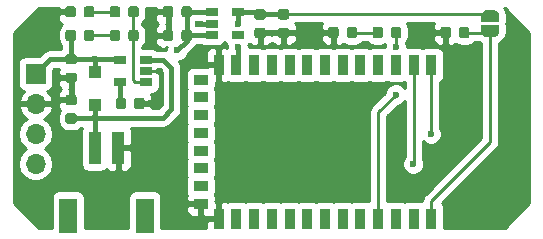
<source format=gbr>
G04 #@! TF.GenerationSoftware,KiCad,Pcbnew,(5.0.0-3-g5ebb6b6)*
G04 #@! TF.CreationDate,2020-03-13T11:28:04-04:00*
G04 #@! TF.ProjectId,Project,50726F6A6563742E6B696361645F7063,rev?*
G04 #@! TF.SameCoordinates,Original*
G04 #@! TF.FileFunction,Copper,L1,Top,Signal*
G04 #@! TF.FilePolarity,Positive*
%FSLAX46Y46*%
G04 Gerber Fmt 4.6, Leading zero omitted, Abs format (unit mm)*
G04 Created by KiCad (PCBNEW (5.0.0-3-g5ebb6b6)) date Friday, March 13, 2020 at 11:28:04 AM*
%MOMM*%
%LPD*%
G01*
G04 APERTURE LIST*
G04 #@! TA.AperFunction,SMDPad,CuDef*
%ADD10R,0.900000X1.750000*%
G04 #@! TD*
G04 #@! TA.AperFunction,SMDPad,CuDef*
%ADD11R,1.250000X0.900000*%
G04 #@! TD*
G04 #@! TA.AperFunction,ConnectorPad*
%ADD12R,1.500000X3.000000*%
G04 #@! TD*
G04 #@! TA.AperFunction,SMDPad,CuDef*
%ADD13R,1.000000X2.800000*%
G04 #@! TD*
G04 #@! TA.AperFunction,Conductor*
%ADD14C,0.100000*%
G04 #@! TD*
G04 #@! TA.AperFunction,SMDPad,CuDef*
%ADD15C,0.875000*%
G04 #@! TD*
G04 #@! TA.AperFunction,SMDPad,CuDef*
%ADD16R,1.060000X0.650000*%
G04 #@! TD*
G04 #@! TA.AperFunction,ComponentPad*
%ADD17R,1.700000X1.700000*%
G04 #@! TD*
G04 #@! TA.AperFunction,ComponentPad*
%ADD18O,1.700000X1.700000*%
G04 #@! TD*
G04 #@! TA.AperFunction,SMDPad,CuDef*
%ADD19R,1.100000X1.100000*%
G04 #@! TD*
G04 #@! TA.AperFunction,SMDPad,CuDef*
%ADD20C,0.500000*%
G04 #@! TD*
G04 #@! TA.AperFunction,ViaPad*
%ADD21C,0.600000*%
G04 #@! TD*
G04 #@! TA.AperFunction,Conductor*
%ADD22C,0.400000*%
G04 #@! TD*
G04 #@! TA.AperFunction,Conductor*
%ADD23C,0.254000*%
G04 #@! TD*
G04 APERTURE END LIST*
D10*
G04 #@! TO.P,BTU1,34*
G04 #@! TO.N,Net-(BTU1-Pad34)*
X133500000Y-113500000D03*
G04 #@! TO.P,BTU1,33*
G04 #@! TO.N,N/C*
X132000000Y-113500000D03*
G04 #@! TO.P,BTU1,32*
G04 #@! TO.N,LED2*
X130500000Y-113500000D03*
G04 #@! TO.P,BTU1,31*
G04 #@! TO.N,LED1*
X129000000Y-113500000D03*
G04 #@! TO.P,BTU1,30*
G04 #@! TO.N,N/C*
X127500000Y-113500000D03*
G04 #@! TO.P,BTU1,29*
X126000000Y-113500000D03*
G04 #@! TO.P,BTU1,28*
X124500000Y-113500000D03*
G04 #@! TO.P,BTU1,27*
X123000000Y-113500000D03*
G04 #@! TO.P,BTU1,26*
X121500000Y-113500000D03*
G04 #@! TO.P,BTU1,25*
X120000000Y-113500000D03*
G04 #@! TO.P,BTU1,24*
X118500000Y-113500000D03*
G04 #@! TO.P,BTU1,23*
X117000000Y-113500000D03*
G04 #@! TO.P,BTU1,22*
G04 #@! TO.N,GND*
X115500000Y-113500000D03*
G04 #@! TO.P,BTU1,13*
X115500000Y-100500000D03*
G04 #@! TO.P,BTU1,12*
G04 #@! TO.N,V3_3*
X117000000Y-100500000D03*
G04 #@! TO.P,BTU1,11*
G04 #@! TO.N,N/C*
X118500000Y-100500000D03*
G04 #@! TO.P,BTU1,10*
X120000000Y-100500000D03*
G04 #@! TO.P,BTU1,9*
X121500000Y-100500000D03*
G04 #@! TO.P,BTU1,8*
X123000000Y-100500000D03*
G04 #@! TO.P,BTU1,7*
X124500000Y-100500000D03*
G04 #@! TO.P,BTU1,6*
X126000000Y-100500000D03*
G04 #@! TO.P,BTU1,5*
X127500000Y-100500000D03*
G04 #@! TO.P,BTU1,4*
X129000000Y-100500000D03*
D11*
G04 #@! TO.P,BTU1,21*
G04 #@! TO.N,GND*
X114000000Y-112250000D03*
G04 #@! TO.P,BTU1,20*
G04 #@! TO.N,N/C*
X114000000Y-110750000D03*
G04 #@! TO.P,BTU1,19*
X114000000Y-109250000D03*
G04 #@! TO.P,BTU1,18*
X114000000Y-107750000D03*
G04 #@! TO.P,BTU1,17*
X114000000Y-106250000D03*
G04 #@! TO.P,BTU1,16*
X114000000Y-104750000D03*
G04 #@! TO.P,BTU1,15*
X114000000Y-103250000D03*
G04 #@! TO.P,BTU1,14*
X114000000Y-101750000D03*
D10*
G04 #@! TO.P,BTU1,3*
X130500000Y-100500000D03*
G04 #@! TO.P,BTU1,2*
G04 #@! TO.N,RX*
X132000000Y-100500000D03*
G04 #@! TO.P,BTU1,1*
G04 #@! TO.N,TX*
X133500000Y-100500000D03*
G04 #@! TD*
D12*
G04 #@! TO.P,JSTPH1,*
G04 #@! TO.N,*
X109250000Y-113250000D03*
X102750000Y-113250000D03*
D13*
G04 #@! TO.P,JSTPH1,2*
G04 #@! TO.N,GND*
X107000000Y-107500000D03*
G04 #@! TO.P,JSTPH1,1*
G04 #@! TO.N,VBAT*
X105000000Y-107500000D03*
G04 #@! TD*
D14*
G04 #@! TO.N,GND*
G04 #@! TO.C,C1*
G36*
X103277691Y-101138553D02*
X103298926Y-101141703D01*
X103319750Y-101146919D01*
X103339962Y-101154151D01*
X103359368Y-101163330D01*
X103377781Y-101174366D01*
X103395024Y-101187154D01*
X103410930Y-101201570D01*
X103425346Y-101217476D01*
X103438134Y-101234719D01*
X103449170Y-101253132D01*
X103458349Y-101272538D01*
X103465581Y-101292750D01*
X103470797Y-101313574D01*
X103473947Y-101334809D01*
X103475000Y-101356250D01*
X103475000Y-101793750D01*
X103473947Y-101815191D01*
X103470797Y-101836426D01*
X103465581Y-101857250D01*
X103458349Y-101877462D01*
X103449170Y-101896868D01*
X103438134Y-101915281D01*
X103425346Y-101932524D01*
X103410930Y-101948430D01*
X103395024Y-101962846D01*
X103377781Y-101975634D01*
X103359368Y-101986670D01*
X103339962Y-101995849D01*
X103319750Y-102003081D01*
X103298926Y-102008297D01*
X103277691Y-102011447D01*
X103256250Y-102012500D01*
X102743750Y-102012500D01*
X102722309Y-102011447D01*
X102701074Y-102008297D01*
X102680250Y-102003081D01*
X102660038Y-101995849D01*
X102640632Y-101986670D01*
X102622219Y-101975634D01*
X102604976Y-101962846D01*
X102589070Y-101948430D01*
X102574654Y-101932524D01*
X102561866Y-101915281D01*
X102550830Y-101896868D01*
X102541651Y-101877462D01*
X102534419Y-101857250D01*
X102529203Y-101836426D01*
X102526053Y-101815191D01*
X102525000Y-101793750D01*
X102525000Y-101356250D01*
X102526053Y-101334809D01*
X102529203Y-101313574D01*
X102534419Y-101292750D01*
X102541651Y-101272538D01*
X102550830Y-101253132D01*
X102561866Y-101234719D01*
X102574654Y-101217476D01*
X102589070Y-101201570D01*
X102604976Y-101187154D01*
X102622219Y-101174366D01*
X102640632Y-101163330D01*
X102660038Y-101154151D01*
X102680250Y-101146919D01*
X102701074Y-101141703D01*
X102722309Y-101138553D01*
X102743750Y-101137500D01*
X103256250Y-101137500D01*
X103277691Y-101138553D01*
X103277691Y-101138553D01*
G37*
D15*
G04 #@! TD*
G04 #@! TO.P,C1,1*
G04 #@! TO.N,GND*
X103000000Y-101575000D03*
D14*
G04 #@! TO.N,VDD*
G04 #@! TO.C,C1*
G36*
X103277691Y-99563553D02*
X103298926Y-99566703D01*
X103319750Y-99571919D01*
X103339962Y-99579151D01*
X103359368Y-99588330D01*
X103377781Y-99599366D01*
X103395024Y-99612154D01*
X103410930Y-99626570D01*
X103425346Y-99642476D01*
X103438134Y-99659719D01*
X103449170Y-99678132D01*
X103458349Y-99697538D01*
X103465581Y-99717750D01*
X103470797Y-99738574D01*
X103473947Y-99759809D01*
X103475000Y-99781250D01*
X103475000Y-100218750D01*
X103473947Y-100240191D01*
X103470797Y-100261426D01*
X103465581Y-100282250D01*
X103458349Y-100302462D01*
X103449170Y-100321868D01*
X103438134Y-100340281D01*
X103425346Y-100357524D01*
X103410930Y-100373430D01*
X103395024Y-100387846D01*
X103377781Y-100400634D01*
X103359368Y-100411670D01*
X103339962Y-100420849D01*
X103319750Y-100428081D01*
X103298926Y-100433297D01*
X103277691Y-100436447D01*
X103256250Y-100437500D01*
X102743750Y-100437500D01*
X102722309Y-100436447D01*
X102701074Y-100433297D01*
X102680250Y-100428081D01*
X102660038Y-100420849D01*
X102640632Y-100411670D01*
X102622219Y-100400634D01*
X102604976Y-100387846D01*
X102589070Y-100373430D01*
X102574654Y-100357524D01*
X102561866Y-100340281D01*
X102550830Y-100321868D01*
X102541651Y-100302462D01*
X102534419Y-100282250D01*
X102529203Y-100261426D01*
X102526053Y-100240191D01*
X102525000Y-100218750D01*
X102525000Y-99781250D01*
X102526053Y-99759809D01*
X102529203Y-99738574D01*
X102534419Y-99717750D01*
X102541651Y-99697538D01*
X102550830Y-99678132D01*
X102561866Y-99659719D01*
X102574654Y-99642476D01*
X102589070Y-99626570D01*
X102604976Y-99612154D01*
X102622219Y-99599366D01*
X102640632Y-99588330D01*
X102660038Y-99579151D01*
X102680250Y-99571919D01*
X102701074Y-99566703D01*
X102722309Y-99563553D01*
X102743750Y-99562500D01*
X103256250Y-99562500D01*
X103277691Y-99563553D01*
X103277691Y-99563553D01*
G37*
D15*
G04 #@! TD*
G04 #@! TO.P,C1,2*
G04 #@! TO.N,VDD*
X103000000Y-100000000D03*
D14*
G04 #@! TO.N,GND*
G04 #@! TO.C,C2*
G36*
X103277691Y-103026053D02*
X103298926Y-103029203D01*
X103319750Y-103034419D01*
X103339962Y-103041651D01*
X103359368Y-103050830D01*
X103377781Y-103061866D01*
X103395024Y-103074654D01*
X103410930Y-103089070D01*
X103425346Y-103104976D01*
X103438134Y-103122219D01*
X103449170Y-103140632D01*
X103458349Y-103160038D01*
X103465581Y-103180250D01*
X103470797Y-103201074D01*
X103473947Y-103222309D01*
X103475000Y-103243750D01*
X103475000Y-103681250D01*
X103473947Y-103702691D01*
X103470797Y-103723926D01*
X103465581Y-103744750D01*
X103458349Y-103764962D01*
X103449170Y-103784368D01*
X103438134Y-103802781D01*
X103425346Y-103820024D01*
X103410930Y-103835930D01*
X103395024Y-103850346D01*
X103377781Y-103863134D01*
X103359368Y-103874170D01*
X103339962Y-103883349D01*
X103319750Y-103890581D01*
X103298926Y-103895797D01*
X103277691Y-103898947D01*
X103256250Y-103900000D01*
X102743750Y-103900000D01*
X102722309Y-103898947D01*
X102701074Y-103895797D01*
X102680250Y-103890581D01*
X102660038Y-103883349D01*
X102640632Y-103874170D01*
X102622219Y-103863134D01*
X102604976Y-103850346D01*
X102589070Y-103835930D01*
X102574654Y-103820024D01*
X102561866Y-103802781D01*
X102550830Y-103784368D01*
X102541651Y-103764962D01*
X102534419Y-103744750D01*
X102529203Y-103723926D01*
X102526053Y-103702691D01*
X102525000Y-103681250D01*
X102525000Y-103243750D01*
X102526053Y-103222309D01*
X102529203Y-103201074D01*
X102534419Y-103180250D01*
X102541651Y-103160038D01*
X102550830Y-103140632D01*
X102561866Y-103122219D01*
X102574654Y-103104976D01*
X102589070Y-103089070D01*
X102604976Y-103074654D01*
X102622219Y-103061866D01*
X102640632Y-103050830D01*
X102660038Y-103041651D01*
X102680250Y-103034419D01*
X102701074Y-103029203D01*
X102722309Y-103026053D01*
X102743750Y-103025000D01*
X103256250Y-103025000D01*
X103277691Y-103026053D01*
X103277691Y-103026053D01*
G37*
D15*
G04 #@! TD*
G04 #@! TO.P,C2,2*
G04 #@! TO.N,GND*
X103000000Y-103462500D03*
D14*
G04 #@! TO.N,VBAT*
G04 #@! TO.C,C2*
G36*
X103277691Y-104601053D02*
X103298926Y-104604203D01*
X103319750Y-104609419D01*
X103339962Y-104616651D01*
X103359368Y-104625830D01*
X103377781Y-104636866D01*
X103395024Y-104649654D01*
X103410930Y-104664070D01*
X103425346Y-104679976D01*
X103438134Y-104697219D01*
X103449170Y-104715632D01*
X103458349Y-104735038D01*
X103465581Y-104755250D01*
X103470797Y-104776074D01*
X103473947Y-104797309D01*
X103475000Y-104818750D01*
X103475000Y-105256250D01*
X103473947Y-105277691D01*
X103470797Y-105298926D01*
X103465581Y-105319750D01*
X103458349Y-105339962D01*
X103449170Y-105359368D01*
X103438134Y-105377781D01*
X103425346Y-105395024D01*
X103410930Y-105410930D01*
X103395024Y-105425346D01*
X103377781Y-105438134D01*
X103359368Y-105449170D01*
X103339962Y-105458349D01*
X103319750Y-105465581D01*
X103298926Y-105470797D01*
X103277691Y-105473947D01*
X103256250Y-105475000D01*
X102743750Y-105475000D01*
X102722309Y-105473947D01*
X102701074Y-105470797D01*
X102680250Y-105465581D01*
X102660038Y-105458349D01*
X102640632Y-105449170D01*
X102622219Y-105438134D01*
X102604976Y-105425346D01*
X102589070Y-105410930D01*
X102574654Y-105395024D01*
X102561866Y-105377781D01*
X102550830Y-105359368D01*
X102541651Y-105339962D01*
X102534419Y-105319750D01*
X102529203Y-105298926D01*
X102526053Y-105277691D01*
X102525000Y-105256250D01*
X102525000Y-104818750D01*
X102526053Y-104797309D01*
X102529203Y-104776074D01*
X102534419Y-104755250D01*
X102541651Y-104735038D01*
X102550830Y-104715632D01*
X102561866Y-104697219D01*
X102574654Y-104679976D01*
X102589070Y-104664070D01*
X102604976Y-104649654D01*
X102622219Y-104636866D01*
X102640632Y-104625830D01*
X102660038Y-104616651D01*
X102680250Y-104609419D01*
X102701074Y-104604203D01*
X102722309Y-104601053D01*
X102743750Y-104600000D01*
X103256250Y-104600000D01*
X103277691Y-104601053D01*
X103277691Y-104601053D01*
G37*
D15*
G04 #@! TD*
G04 #@! TO.P,C2,1*
G04 #@! TO.N,VBAT*
X103000000Y-105037500D03*
D16*
G04 #@! TO.P,CGU1,1*
G04 #@! TO.N,STAT*
X109350000Y-101950000D03*
G04 #@! TO.P,CGU1,2*
G04 #@! TO.N,GND*
X109350000Y-101000000D03*
G04 #@! TO.P,CGU1,3*
G04 #@! TO.N,VBAT*
X109350000Y-100050000D03*
G04 #@! TO.P,CGU1,4*
G04 #@! TO.N,VDD*
X107150000Y-100050000D03*
G04 #@! TO.P,CGU1,5*
G04 #@! TO.N,PROG*
X107150000Y-101950000D03*
G04 #@! TD*
D14*
G04 #@! TO.N,VDD*
G04 #@! TO.C,D2*
G36*
X103202691Y-97526053D02*
X103223926Y-97529203D01*
X103244750Y-97534419D01*
X103264962Y-97541651D01*
X103284368Y-97550830D01*
X103302781Y-97561866D01*
X103320024Y-97574654D01*
X103335930Y-97589070D01*
X103350346Y-97604976D01*
X103363134Y-97622219D01*
X103374170Y-97640632D01*
X103383349Y-97660038D01*
X103390581Y-97680250D01*
X103395797Y-97701074D01*
X103398947Y-97722309D01*
X103400000Y-97743750D01*
X103400000Y-98256250D01*
X103398947Y-98277691D01*
X103395797Y-98298926D01*
X103390581Y-98319750D01*
X103383349Y-98339962D01*
X103374170Y-98359368D01*
X103363134Y-98377781D01*
X103350346Y-98395024D01*
X103335930Y-98410930D01*
X103320024Y-98425346D01*
X103302781Y-98438134D01*
X103284368Y-98449170D01*
X103264962Y-98458349D01*
X103244750Y-98465581D01*
X103223926Y-98470797D01*
X103202691Y-98473947D01*
X103181250Y-98475000D01*
X102743750Y-98475000D01*
X102722309Y-98473947D01*
X102701074Y-98470797D01*
X102680250Y-98465581D01*
X102660038Y-98458349D01*
X102640632Y-98449170D01*
X102622219Y-98438134D01*
X102604976Y-98425346D01*
X102589070Y-98410930D01*
X102574654Y-98395024D01*
X102561866Y-98377781D01*
X102550830Y-98359368D01*
X102541651Y-98339962D01*
X102534419Y-98319750D01*
X102529203Y-98298926D01*
X102526053Y-98277691D01*
X102525000Y-98256250D01*
X102525000Y-97743750D01*
X102526053Y-97722309D01*
X102529203Y-97701074D01*
X102534419Y-97680250D01*
X102541651Y-97660038D01*
X102550830Y-97640632D01*
X102561866Y-97622219D01*
X102574654Y-97604976D01*
X102589070Y-97589070D01*
X102604976Y-97574654D01*
X102622219Y-97561866D01*
X102640632Y-97550830D01*
X102660038Y-97541651D01*
X102680250Y-97534419D01*
X102701074Y-97529203D01*
X102722309Y-97526053D01*
X102743750Y-97525000D01*
X103181250Y-97525000D01*
X103202691Y-97526053D01*
X103202691Y-97526053D01*
G37*
D15*
G04 #@! TD*
G04 #@! TO.P,D2,2*
G04 #@! TO.N,VDD*
X102962500Y-98000000D03*
D14*
G04 #@! TO.N,Net-(D2-Pad1)*
G04 #@! TO.C,D2*
G36*
X104777691Y-97526053D02*
X104798926Y-97529203D01*
X104819750Y-97534419D01*
X104839962Y-97541651D01*
X104859368Y-97550830D01*
X104877781Y-97561866D01*
X104895024Y-97574654D01*
X104910930Y-97589070D01*
X104925346Y-97604976D01*
X104938134Y-97622219D01*
X104949170Y-97640632D01*
X104958349Y-97660038D01*
X104965581Y-97680250D01*
X104970797Y-97701074D01*
X104973947Y-97722309D01*
X104975000Y-97743750D01*
X104975000Y-98256250D01*
X104973947Y-98277691D01*
X104970797Y-98298926D01*
X104965581Y-98319750D01*
X104958349Y-98339962D01*
X104949170Y-98359368D01*
X104938134Y-98377781D01*
X104925346Y-98395024D01*
X104910930Y-98410930D01*
X104895024Y-98425346D01*
X104877781Y-98438134D01*
X104859368Y-98449170D01*
X104839962Y-98458349D01*
X104819750Y-98465581D01*
X104798926Y-98470797D01*
X104777691Y-98473947D01*
X104756250Y-98475000D01*
X104318750Y-98475000D01*
X104297309Y-98473947D01*
X104276074Y-98470797D01*
X104255250Y-98465581D01*
X104235038Y-98458349D01*
X104215632Y-98449170D01*
X104197219Y-98438134D01*
X104179976Y-98425346D01*
X104164070Y-98410930D01*
X104149654Y-98395024D01*
X104136866Y-98377781D01*
X104125830Y-98359368D01*
X104116651Y-98339962D01*
X104109419Y-98319750D01*
X104104203Y-98298926D01*
X104101053Y-98277691D01*
X104100000Y-98256250D01*
X104100000Y-97743750D01*
X104101053Y-97722309D01*
X104104203Y-97701074D01*
X104109419Y-97680250D01*
X104116651Y-97660038D01*
X104125830Y-97640632D01*
X104136866Y-97622219D01*
X104149654Y-97604976D01*
X104164070Y-97589070D01*
X104179976Y-97574654D01*
X104197219Y-97561866D01*
X104215632Y-97550830D01*
X104235038Y-97541651D01*
X104255250Y-97534419D01*
X104276074Y-97529203D01*
X104297309Y-97526053D01*
X104318750Y-97525000D01*
X104756250Y-97525000D01*
X104777691Y-97526053D01*
X104777691Y-97526053D01*
G37*
D15*
G04 #@! TD*
G04 #@! TO.P,D2,1*
G04 #@! TO.N,Net-(D2-Pad1)*
X104537500Y-98000000D03*
D17*
G04 #@! TO.P,J1,1*
G04 #@! TO.N,VDD*
X100000000Y-101250000D03*
D18*
G04 #@! TO.P,J1,2*
G04 #@! TO.N,GND*
X100000000Y-103790000D03*
G04 #@! TO.P,J1,3*
G04 #@! TO.N,TX*
X100000000Y-106330000D03*
G04 #@! TO.P,J1,4*
G04 #@! TO.N,RX*
X100000000Y-108870000D03*
G04 #@! TD*
D14*
G04 #@! TO.N,STAT*
G04 #@! TO.C,R2*
G36*
X108527691Y-97526053D02*
X108548926Y-97529203D01*
X108569750Y-97534419D01*
X108589962Y-97541651D01*
X108609368Y-97550830D01*
X108627781Y-97561866D01*
X108645024Y-97574654D01*
X108660930Y-97589070D01*
X108675346Y-97604976D01*
X108688134Y-97622219D01*
X108699170Y-97640632D01*
X108708349Y-97660038D01*
X108715581Y-97680250D01*
X108720797Y-97701074D01*
X108723947Y-97722309D01*
X108725000Y-97743750D01*
X108725000Y-98256250D01*
X108723947Y-98277691D01*
X108720797Y-98298926D01*
X108715581Y-98319750D01*
X108708349Y-98339962D01*
X108699170Y-98359368D01*
X108688134Y-98377781D01*
X108675346Y-98395024D01*
X108660930Y-98410930D01*
X108645024Y-98425346D01*
X108627781Y-98438134D01*
X108609368Y-98449170D01*
X108589962Y-98458349D01*
X108569750Y-98465581D01*
X108548926Y-98470797D01*
X108527691Y-98473947D01*
X108506250Y-98475000D01*
X108068750Y-98475000D01*
X108047309Y-98473947D01*
X108026074Y-98470797D01*
X108005250Y-98465581D01*
X107985038Y-98458349D01*
X107965632Y-98449170D01*
X107947219Y-98438134D01*
X107929976Y-98425346D01*
X107914070Y-98410930D01*
X107899654Y-98395024D01*
X107886866Y-98377781D01*
X107875830Y-98359368D01*
X107866651Y-98339962D01*
X107859419Y-98319750D01*
X107854203Y-98298926D01*
X107851053Y-98277691D01*
X107850000Y-98256250D01*
X107850000Y-97743750D01*
X107851053Y-97722309D01*
X107854203Y-97701074D01*
X107859419Y-97680250D01*
X107866651Y-97660038D01*
X107875830Y-97640632D01*
X107886866Y-97622219D01*
X107899654Y-97604976D01*
X107914070Y-97589070D01*
X107929976Y-97574654D01*
X107947219Y-97561866D01*
X107965632Y-97550830D01*
X107985038Y-97541651D01*
X108005250Y-97534419D01*
X108026074Y-97529203D01*
X108047309Y-97526053D01*
X108068750Y-97525000D01*
X108506250Y-97525000D01*
X108527691Y-97526053D01*
X108527691Y-97526053D01*
G37*
D15*
G04 #@! TD*
G04 #@! TO.P,R2,1*
G04 #@! TO.N,STAT*
X108287500Y-98000000D03*
D14*
G04 #@! TO.N,Net-(D2-Pad1)*
G04 #@! TO.C,R2*
G36*
X106952691Y-97526053D02*
X106973926Y-97529203D01*
X106994750Y-97534419D01*
X107014962Y-97541651D01*
X107034368Y-97550830D01*
X107052781Y-97561866D01*
X107070024Y-97574654D01*
X107085930Y-97589070D01*
X107100346Y-97604976D01*
X107113134Y-97622219D01*
X107124170Y-97640632D01*
X107133349Y-97660038D01*
X107140581Y-97680250D01*
X107145797Y-97701074D01*
X107148947Y-97722309D01*
X107150000Y-97743750D01*
X107150000Y-98256250D01*
X107148947Y-98277691D01*
X107145797Y-98298926D01*
X107140581Y-98319750D01*
X107133349Y-98339962D01*
X107124170Y-98359368D01*
X107113134Y-98377781D01*
X107100346Y-98395024D01*
X107085930Y-98410930D01*
X107070024Y-98425346D01*
X107052781Y-98438134D01*
X107034368Y-98449170D01*
X107014962Y-98458349D01*
X106994750Y-98465581D01*
X106973926Y-98470797D01*
X106952691Y-98473947D01*
X106931250Y-98475000D01*
X106493750Y-98475000D01*
X106472309Y-98473947D01*
X106451074Y-98470797D01*
X106430250Y-98465581D01*
X106410038Y-98458349D01*
X106390632Y-98449170D01*
X106372219Y-98438134D01*
X106354976Y-98425346D01*
X106339070Y-98410930D01*
X106324654Y-98395024D01*
X106311866Y-98377781D01*
X106300830Y-98359368D01*
X106291651Y-98339962D01*
X106284419Y-98319750D01*
X106279203Y-98298926D01*
X106276053Y-98277691D01*
X106275000Y-98256250D01*
X106275000Y-97743750D01*
X106276053Y-97722309D01*
X106279203Y-97701074D01*
X106284419Y-97680250D01*
X106291651Y-97660038D01*
X106300830Y-97640632D01*
X106311866Y-97622219D01*
X106324654Y-97604976D01*
X106339070Y-97589070D01*
X106354976Y-97574654D01*
X106372219Y-97561866D01*
X106390632Y-97550830D01*
X106410038Y-97541651D01*
X106430250Y-97534419D01*
X106451074Y-97529203D01*
X106472309Y-97526053D01*
X106493750Y-97525000D01*
X106931250Y-97525000D01*
X106952691Y-97526053D01*
X106952691Y-97526053D01*
G37*
D15*
G04 #@! TD*
G04 #@! TO.P,R2,2*
G04 #@! TO.N,Net-(D2-Pad1)*
X106712500Y-98000000D03*
D14*
G04 #@! TO.N,Net-(D3-Pad2)*
G04 #@! TO.C,R3*
G36*
X106952691Y-95526053D02*
X106973926Y-95529203D01*
X106994750Y-95534419D01*
X107014962Y-95541651D01*
X107034368Y-95550830D01*
X107052781Y-95561866D01*
X107070024Y-95574654D01*
X107085930Y-95589070D01*
X107100346Y-95604976D01*
X107113134Y-95622219D01*
X107124170Y-95640632D01*
X107133349Y-95660038D01*
X107140581Y-95680250D01*
X107145797Y-95701074D01*
X107148947Y-95722309D01*
X107150000Y-95743750D01*
X107150000Y-96256250D01*
X107148947Y-96277691D01*
X107145797Y-96298926D01*
X107140581Y-96319750D01*
X107133349Y-96339962D01*
X107124170Y-96359368D01*
X107113134Y-96377781D01*
X107100346Y-96395024D01*
X107085930Y-96410930D01*
X107070024Y-96425346D01*
X107052781Y-96438134D01*
X107034368Y-96449170D01*
X107014962Y-96458349D01*
X106994750Y-96465581D01*
X106973926Y-96470797D01*
X106952691Y-96473947D01*
X106931250Y-96475000D01*
X106493750Y-96475000D01*
X106472309Y-96473947D01*
X106451074Y-96470797D01*
X106430250Y-96465581D01*
X106410038Y-96458349D01*
X106390632Y-96449170D01*
X106372219Y-96438134D01*
X106354976Y-96425346D01*
X106339070Y-96410930D01*
X106324654Y-96395024D01*
X106311866Y-96377781D01*
X106300830Y-96359368D01*
X106291651Y-96339962D01*
X106284419Y-96319750D01*
X106279203Y-96298926D01*
X106276053Y-96277691D01*
X106275000Y-96256250D01*
X106275000Y-95743750D01*
X106276053Y-95722309D01*
X106279203Y-95701074D01*
X106284419Y-95680250D01*
X106291651Y-95660038D01*
X106300830Y-95640632D01*
X106311866Y-95622219D01*
X106324654Y-95604976D01*
X106339070Y-95589070D01*
X106354976Y-95574654D01*
X106372219Y-95561866D01*
X106390632Y-95550830D01*
X106410038Y-95541651D01*
X106430250Y-95534419D01*
X106451074Y-95529203D01*
X106472309Y-95526053D01*
X106493750Y-95525000D01*
X106931250Y-95525000D01*
X106952691Y-95526053D01*
X106952691Y-95526053D01*
G37*
D15*
G04 #@! TD*
G04 #@! TO.P,R3,2*
G04 #@! TO.N,Net-(D3-Pad2)*
X106712500Y-96000000D03*
D14*
G04 #@! TO.N,STAT*
G04 #@! TO.C,R3*
G36*
X108527691Y-95526053D02*
X108548926Y-95529203D01*
X108569750Y-95534419D01*
X108589962Y-95541651D01*
X108609368Y-95550830D01*
X108627781Y-95561866D01*
X108645024Y-95574654D01*
X108660930Y-95589070D01*
X108675346Y-95604976D01*
X108688134Y-95622219D01*
X108699170Y-95640632D01*
X108708349Y-95660038D01*
X108715581Y-95680250D01*
X108720797Y-95701074D01*
X108723947Y-95722309D01*
X108725000Y-95743750D01*
X108725000Y-96256250D01*
X108723947Y-96277691D01*
X108720797Y-96298926D01*
X108715581Y-96319750D01*
X108708349Y-96339962D01*
X108699170Y-96359368D01*
X108688134Y-96377781D01*
X108675346Y-96395024D01*
X108660930Y-96410930D01*
X108645024Y-96425346D01*
X108627781Y-96438134D01*
X108609368Y-96449170D01*
X108589962Y-96458349D01*
X108569750Y-96465581D01*
X108548926Y-96470797D01*
X108527691Y-96473947D01*
X108506250Y-96475000D01*
X108068750Y-96475000D01*
X108047309Y-96473947D01*
X108026074Y-96470797D01*
X108005250Y-96465581D01*
X107985038Y-96458349D01*
X107965632Y-96449170D01*
X107947219Y-96438134D01*
X107929976Y-96425346D01*
X107914070Y-96410930D01*
X107899654Y-96395024D01*
X107886866Y-96377781D01*
X107875830Y-96359368D01*
X107866651Y-96339962D01*
X107859419Y-96319750D01*
X107854203Y-96298926D01*
X107851053Y-96277691D01*
X107850000Y-96256250D01*
X107850000Y-95743750D01*
X107851053Y-95722309D01*
X107854203Y-95701074D01*
X107859419Y-95680250D01*
X107866651Y-95660038D01*
X107875830Y-95640632D01*
X107886866Y-95622219D01*
X107899654Y-95604976D01*
X107914070Y-95589070D01*
X107929976Y-95574654D01*
X107947219Y-95561866D01*
X107965632Y-95550830D01*
X107985038Y-95541651D01*
X108005250Y-95534419D01*
X108026074Y-95529203D01*
X108047309Y-95526053D01*
X108068750Y-95525000D01*
X108506250Y-95525000D01*
X108527691Y-95526053D01*
X108527691Y-95526053D01*
G37*
D15*
G04 #@! TD*
G04 #@! TO.P,R3,1*
G04 #@! TO.N,STAT*
X108287500Y-96000000D03*
D14*
G04 #@! TO.N,GND*
G04 #@! TO.C,RREF1*
G36*
X109027691Y-103276053D02*
X109048926Y-103279203D01*
X109069750Y-103284419D01*
X109089962Y-103291651D01*
X109109368Y-103300830D01*
X109127781Y-103311866D01*
X109145024Y-103324654D01*
X109160930Y-103339070D01*
X109175346Y-103354976D01*
X109188134Y-103372219D01*
X109199170Y-103390632D01*
X109208349Y-103410038D01*
X109215581Y-103430250D01*
X109220797Y-103451074D01*
X109223947Y-103472309D01*
X109225000Y-103493750D01*
X109225000Y-104006250D01*
X109223947Y-104027691D01*
X109220797Y-104048926D01*
X109215581Y-104069750D01*
X109208349Y-104089962D01*
X109199170Y-104109368D01*
X109188134Y-104127781D01*
X109175346Y-104145024D01*
X109160930Y-104160930D01*
X109145024Y-104175346D01*
X109127781Y-104188134D01*
X109109368Y-104199170D01*
X109089962Y-104208349D01*
X109069750Y-104215581D01*
X109048926Y-104220797D01*
X109027691Y-104223947D01*
X109006250Y-104225000D01*
X108568750Y-104225000D01*
X108547309Y-104223947D01*
X108526074Y-104220797D01*
X108505250Y-104215581D01*
X108485038Y-104208349D01*
X108465632Y-104199170D01*
X108447219Y-104188134D01*
X108429976Y-104175346D01*
X108414070Y-104160930D01*
X108399654Y-104145024D01*
X108386866Y-104127781D01*
X108375830Y-104109368D01*
X108366651Y-104089962D01*
X108359419Y-104069750D01*
X108354203Y-104048926D01*
X108351053Y-104027691D01*
X108350000Y-104006250D01*
X108350000Y-103493750D01*
X108351053Y-103472309D01*
X108354203Y-103451074D01*
X108359419Y-103430250D01*
X108366651Y-103410038D01*
X108375830Y-103390632D01*
X108386866Y-103372219D01*
X108399654Y-103354976D01*
X108414070Y-103339070D01*
X108429976Y-103324654D01*
X108447219Y-103311866D01*
X108465632Y-103300830D01*
X108485038Y-103291651D01*
X108505250Y-103284419D01*
X108526074Y-103279203D01*
X108547309Y-103276053D01*
X108568750Y-103275000D01*
X109006250Y-103275000D01*
X109027691Y-103276053D01*
X109027691Y-103276053D01*
G37*
D15*
G04 #@! TD*
G04 #@! TO.P,RREF1,1*
G04 #@! TO.N,GND*
X108787500Y-103750000D03*
D14*
G04 #@! TO.N,PROG*
G04 #@! TO.C,RREF1*
G36*
X107452691Y-103276053D02*
X107473926Y-103279203D01*
X107494750Y-103284419D01*
X107514962Y-103291651D01*
X107534368Y-103300830D01*
X107552781Y-103311866D01*
X107570024Y-103324654D01*
X107585930Y-103339070D01*
X107600346Y-103354976D01*
X107613134Y-103372219D01*
X107624170Y-103390632D01*
X107633349Y-103410038D01*
X107640581Y-103430250D01*
X107645797Y-103451074D01*
X107648947Y-103472309D01*
X107650000Y-103493750D01*
X107650000Y-104006250D01*
X107648947Y-104027691D01*
X107645797Y-104048926D01*
X107640581Y-104069750D01*
X107633349Y-104089962D01*
X107624170Y-104109368D01*
X107613134Y-104127781D01*
X107600346Y-104145024D01*
X107585930Y-104160930D01*
X107570024Y-104175346D01*
X107552781Y-104188134D01*
X107534368Y-104199170D01*
X107514962Y-104208349D01*
X107494750Y-104215581D01*
X107473926Y-104220797D01*
X107452691Y-104223947D01*
X107431250Y-104225000D01*
X106993750Y-104225000D01*
X106972309Y-104223947D01*
X106951074Y-104220797D01*
X106930250Y-104215581D01*
X106910038Y-104208349D01*
X106890632Y-104199170D01*
X106872219Y-104188134D01*
X106854976Y-104175346D01*
X106839070Y-104160930D01*
X106824654Y-104145024D01*
X106811866Y-104127781D01*
X106800830Y-104109368D01*
X106791651Y-104089962D01*
X106784419Y-104069750D01*
X106779203Y-104048926D01*
X106776053Y-104027691D01*
X106775000Y-104006250D01*
X106775000Y-103493750D01*
X106776053Y-103472309D01*
X106779203Y-103451074D01*
X106784419Y-103430250D01*
X106791651Y-103410038D01*
X106800830Y-103390632D01*
X106811866Y-103372219D01*
X106824654Y-103354976D01*
X106839070Y-103339070D01*
X106854976Y-103324654D01*
X106872219Y-103311866D01*
X106890632Y-103300830D01*
X106910038Y-103291651D01*
X106930250Y-103284419D01*
X106951074Y-103279203D01*
X106972309Y-103276053D01*
X106993750Y-103275000D01*
X107431250Y-103275000D01*
X107452691Y-103276053D01*
X107452691Y-103276053D01*
G37*
D15*
G04 #@! TD*
G04 #@! TO.P,RREF1,2*
G04 #@! TO.N,PROG*
X107212500Y-103750000D03*
D14*
G04 #@! TO.N,GND*
G04 #@! TO.C,D3*
G36*
X103202691Y-95526053D02*
X103223926Y-95529203D01*
X103244750Y-95534419D01*
X103264962Y-95541651D01*
X103284368Y-95550830D01*
X103302781Y-95561866D01*
X103320024Y-95574654D01*
X103335930Y-95589070D01*
X103350346Y-95604976D01*
X103363134Y-95622219D01*
X103374170Y-95640632D01*
X103383349Y-95660038D01*
X103390581Y-95680250D01*
X103395797Y-95701074D01*
X103398947Y-95722309D01*
X103400000Y-95743750D01*
X103400000Y-96256250D01*
X103398947Y-96277691D01*
X103395797Y-96298926D01*
X103390581Y-96319750D01*
X103383349Y-96339962D01*
X103374170Y-96359368D01*
X103363134Y-96377781D01*
X103350346Y-96395024D01*
X103335930Y-96410930D01*
X103320024Y-96425346D01*
X103302781Y-96438134D01*
X103284368Y-96449170D01*
X103264962Y-96458349D01*
X103244750Y-96465581D01*
X103223926Y-96470797D01*
X103202691Y-96473947D01*
X103181250Y-96475000D01*
X102743750Y-96475000D01*
X102722309Y-96473947D01*
X102701074Y-96470797D01*
X102680250Y-96465581D01*
X102660038Y-96458349D01*
X102640632Y-96449170D01*
X102622219Y-96438134D01*
X102604976Y-96425346D01*
X102589070Y-96410930D01*
X102574654Y-96395024D01*
X102561866Y-96377781D01*
X102550830Y-96359368D01*
X102541651Y-96339962D01*
X102534419Y-96319750D01*
X102529203Y-96298926D01*
X102526053Y-96277691D01*
X102525000Y-96256250D01*
X102525000Y-95743750D01*
X102526053Y-95722309D01*
X102529203Y-95701074D01*
X102534419Y-95680250D01*
X102541651Y-95660038D01*
X102550830Y-95640632D01*
X102561866Y-95622219D01*
X102574654Y-95604976D01*
X102589070Y-95589070D01*
X102604976Y-95574654D01*
X102622219Y-95561866D01*
X102640632Y-95550830D01*
X102660038Y-95541651D01*
X102680250Y-95534419D01*
X102701074Y-95529203D01*
X102722309Y-95526053D01*
X102743750Y-95525000D01*
X103181250Y-95525000D01*
X103202691Y-95526053D01*
X103202691Y-95526053D01*
G37*
D15*
G04 #@! TD*
G04 #@! TO.P,D3,1*
G04 #@! TO.N,GND*
X102962500Y-96000000D03*
D14*
G04 #@! TO.N,Net-(D3-Pad2)*
G04 #@! TO.C,D3*
G36*
X104777691Y-95526053D02*
X104798926Y-95529203D01*
X104819750Y-95534419D01*
X104839962Y-95541651D01*
X104859368Y-95550830D01*
X104877781Y-95561866D01*
X104895024Y-95574654D01*
X104910930Y-95589070D01*
X104925346Y-95604976D01*
X104938134Y-95622219D01*
X104949170Y-95640632D01*
X104958349Y-95660038D01*
X104965581Y-95680250D01*
X104970797Y-95701074D01*
X104973947Y-95722309D01*
X104975000Y-95743750D01*
X104975000Y-96256250D01*
X104973947Y-96277691D01*
X104970797Y-96298926D01*
X104965581Y-96319750D01*
X104958349Y-96339962D01*
X104949170Y-96359368D01*
X104938134Y-96377781D01*
X104925346Y-96395024D01*
X104910930Y-96410930D01*
X104895024Y-96425346D01*
X104877781Y-96438134D01*
X104859368Y-96449170D01*
X104839962Y-96458349D01*
X104819750Y-96465581D01*
X104798926Y-96470797D01*
X104777691Y-96473947D01*
X104756250Y-96475000D01*
X104318750Y-96475000D01*
X104297309Y-96473947D01*
X104276074Y-96470797D01*
X104255250Y-96465581D01*
X104235038Y-96458349D01*
X104215632Y-96449170D01*
X104197219Y-96438134D01*
X104179976Y-96425346D01*
X104164070Y-96410930D01*
X104149654Y-96395024D01*
X104136866Y-96377781D01*
X104125830Y-96359368D01*
X104116651Y-96339962D01*
X104109419Y-96319750D01*
X104104203Y-96298926D01*
X104101053Y-96277691D01*
X104100000Y-96256250D01*
X104100000Y-95743750D01*
X104101053Y-95722309D01*
X104104203Y-95701074D01*
X104109419Y-95680250D01*
X104116651Y-95660038D01*
X104125830Y-95640632D01*
X104136866Y-95622219D01*
X104149654Y-95604976D01*
X104164070Y-95589070D01*
X104179976Y-95574654D01*
X104197219Y-95561866D01*
X104215632Y-95550830D01*
X104235038Y-95541651D01*
X104255250Y-95534419D01*
X104276074Y-95529203D01*
X104297309Y-95526053D01*
X104318750Y-95525000D01*
X104756250Y-95525000D01*
X104777691Y-95526053D01*
X104777691Y-95526053D01*
G37*
D15*
G04 #@! TD*
G04 #@! TO.P,D3,2*
G04 #@! TO.N,Net-(D3-Pad2)*
X104537500Y-96000000D03*
D19*
G04 #@! TO.P,D1,1*
G04 #@! TO.N,VDD*
X105000000Y-101100000D03*
G04 #@! TO.P,D1,2*
G04 #@! TO.N,VBAT*
X105000000Y-103900000D03*
G04 #@! TD*
D14*
G04 #@! TO.N,GND*
G04 #@! TO.C,C3*
G36*
X111452691Y-95526053D02*
X111473926Y-95529203D01*
X111494750Y-95534419D01*
X111514962Y-95541651D01*
X111534368Y-95550830D01*
X111552781Y-95561866D01*
X111570024Y-95574654D01*
X111585930Y-95589070D01*
X111600346Y-95604976D01*
X111613134Y-95622219D01*
X111624170Y-95640632D01*
X111633349Y-95660038D01*
X111640581Y-95680250D01*
X111645797Y-95701074D01*
X111648947Y-95722309D01*
X111650000Y-95743750D01*
X111650000Y-96256250D01*
X111648947Y-96277691D01*
X111645797Y-96298926D01*
X111640581Y-96319750D01*
X111633349Y-96339962D01*
X111624170Y-96359368D01*
X111613134Y-96377781D01*
X111600346Y-96395024D01*
X111585930Y-96410930D01*
X111570024Y-96425346D01*
X111552781Y-96438134D01*
X111534368Y-96449170D01*
X111514962Y-96458349D01*
X111494750Y-96465581D01*
X111473926Y-96470797D01*
X111452691Y-96473947D01*
X111431250Y-96475000D01*
X110993750Y-96475000D01*
X110972309Y-96473947D01*
X110951074Y-96470797D01*
X110930250Y-96465581D01*
X110910038Y-96458349D01*
X110890632Y-96449170D01*
X110872219Y-96438134D01*
X110854976Y-96425346D01*
X110839070Y-96410930D01*
X110824654Y-96395024D01*
X110811866Y-96377781D01*
X110800830Y-96359368D01*
X110791651Y-96339962D01*
X110784419Y-96319750D01*
X110779203Y-96298926D01*
X110776053Y-96277691D01*
X110775000Y-96256250D01*
X110775000Y-95743750D01*
X110776053Y-95722309D01*
X110779203Y-95701074D01*
X110784419Y-95680250D01*
X110791651Y-95660038D01*
X110800830Y-95640632D01*
X110811866Y-95622219D01*
X110824654Y-95604976D01*
X110839070Y-95589070D01*
X110854976Y-95574654D01*
X110872219Y-95561866D01*
X110890632Y-95550830D01*
X110910038Y-95541651D01*
X110930250Y-95534419D01*
X110951074Y-95529203D01*
X110972309Y-95526053D01*
X110993750Y-95525000D01*
X111431250Y-95525000D01*
X111452691Y-95526053D01*
X111452691Y-95526053D01*
G37*
D15*
G04 #@! TD*
G04 #@! TO.P,C3,2*
G04 #@! TO.N,GND*
X111212500Y-96000000D03*
D14*
G04 #@! TO.N,VDD*
G04 #@! TO.C,C3*
G36*
X113027691Y-95526053D02*
X113048926Y-95529203D01*
X113069750Y-95534419D01*
X113089962Y-95541651D01*
X113109368Y-95550830D01*
X113127781Y-95561866D01*
X113145024Y-95574654D01*
X113160930Y-95589070D01*
X113175346Y-95604976D01*
X113188134Y-95622219D01*
X113199170Y-95640632D01*
X113208349Y-95660038D01*
X113215581Y-95680250D01*
X113220797Y-95701074D01*
X113223947Y-95722309D01*
X113225000Y-95743750D01*
X113225000Y-96256250D01*
X113223947Y-96277691D01*
X113220797Y-96298926D01*
X113215581Y-96319750D01*
X113208349Y-96339962D01*
X113199170Y-96359368D01*
X113188134Y-96377781D01*
X113175346Y-96395024D01*
X113160930Y-96410930D01*
X113145024Y-96425346D01*
X113127781Y-96438134D01*
X113109368Y-96449170D01*
X113089962Y-96458349D01*
X113069750Y-96465581D01*
X113048926Y-96470797D01*
X113027691Y-96473947D01*
X113006250Y-96475000D01*
X112568750Y-96475000D01*
X112547309Y-96473947D01*
X112526074Y-96470797D01*
X112505250Y-96465581D01*
X112485038Y-96458349D01*
X112465632Y-96449170D01*
X112447219Y-96438134D01*
X112429976Y-96425346D01*
X112414070Y-96410930D01*
X112399654Y-96395024D01*
X112386866Y-96377781D01*
X112375830Y-96359368D01*
X112366651Y-96339962D01*
X112359419Y-96319750D01*
X112354203Y-96298926D01*
X112351053Y-96277691D01*
X112350000Y-96256250D01*
X112350000Y-95743750D01*
X112351053Y-95722309D01*
X112354203Y-95701074D01*
X112359419Y-95680250D01*
X112366651Y-95660038D01*
X112375830Y-95640632D01*
X112386866Y-95622219D01*
X112399654Y-95604976D01*
X112414070Y-95589070D01*
X112429976Y-95574654D01*
X112447219Y-95561866D01*
X112465632Y-95550830D01*
X112485038Y-95541651D01*
X112505250Y-95534419D01*
X112526074Y-95529203D01*
X112547309Y-95526053D01*
X112568750Y-95525000D01*
X113006250Y-95525000D01*
X113027691Y-95526053D01*
X113027691Y-95526053D01*
G37*
D15*
G04 #@! TD*
G04 #@! TO.P,C3,1*
G04 #@! TO.N,VDD*
X112787500Y-96000000D03*
D14*
G04 #@! TO.N,VDD*
G04 #@! TO.C,C4*
G36*
X113027691Y-97526053D02*
X113048926Y-97529203D01*
X113069750Y-97534419D01*
X113089962Y-97541651D01*
X113109368Y-97550830D01*
X113127781Y-97561866D01*
X113145024Y-97574654D01*
X113160930Y-97589070D01*
X113175346Y-97604976D01*
X113188134Y-97622219D01*
X113199170Y-97640632D01*
X113208349Y-97660038D01*
X113215581Y-97680250D01*
X113220797Y-97701074D01*
X113223947Y-97722309D01*
X113225000Y-97743750D01*
X113225000Y-98256250D01*
X113223947Y-98277691D01*
X113220797Y-98298926D01*
X113215581Y-98319750D01*
X113208349Y-98339962D01*
X113199170Y-98359368D01*
X113188134Y-98377781D01*
X113175346Y-98395024D01*
X113160930Y-98410930D01*
X113145024Y-98425346D01*
X113127781Y-98438134D01*
X113109368Y-98449170D01*
X113089962Y-98458349D01*
X113069750Y-98465581D01*
X113048926Y-98470797D01*
X113027691Y-98473947D01*
X113006250Y-98475000D01*
X112568750Y-98475000D01*
X112547309Y-98473947D01*
X112526074Y-98470797D01*
X112505250Y-98465581D01*
X112485038Y-98458349D01*
X112465632Y-98449170D01*
X112447219Y-98438134D01*
X112429976Y-98425346D01*
X112414070Y-98410930D01*
X112399654Y-98395024D01*
X112386866Y-98377781D01*
X112375830Y-98359368D01*
X112366651Y-98339962D01*
X112359419Y-98319750D01*
X112354203Y-98298926D01*
X112351053Y-98277691D01*
X112350000Y-98256250D01*
X112350000Y-97743750D01*
X112351053Y-97722309D01*
X112354203Y-97701074D01*
X112359419Y-97680250D01*
X112366651Y-97660038D01*
X112375830Y-97640632D01*
X112386866Y-97622219D01*
X112399654Y-97604976D01*
X112414070Y-97589070D01*
X112429976Y-97574654D01*
X112447219Y-97561866D01*
X112465632Y-97550830D01*
X112485038Y-97541651D01*
X112505250Y-97534419D01*
X112526074Y-97529203D01*
X112547309Y-97526053D01*
X112568750Y-97525000D01*
X113006250Y-97525000D01*
X113027691Y-97526053D01*
X113027691Y-97526053D01*
G37*
D15*
G04 #@! TD*
G04 #@! TO.P,C4,1*
G04 #@! TO.N,VDD*
X112787500Y-98000000D03*
D14*
G04 #@! TO.N,GND*
G04 #@! TO.C,C4*
G36*
X111452691Y-97526053D02*
X111473926Y-97529203D01*
X111494750Y-97534419D01*
X111514962Y-97541651D01*
X111534368Y-97550830D01*
X111552781Y-97561866D01*
X111570024Y-97574654D01*
X111585930Y-97589070D01*
X111600346Y-97604976D01*
X111613134Y-97622219D01*
X111624170Y-97640632D01*
X111633349Y-97660038D01*
X111640581Y-97680250D01*
X111645797Y-97701074D01*
X111648947Y-97722309D01*
X111650000Y-97743750D01*
X111650000Y-98256250D01*
X111648947Y-98277691D01*
X111645797Y-98298926D01*
X111640581Y-98319750D01*
X111633349Y-98339962D01*
X111624170Y-98359368D01*
X111613134Y-98377781D01*
X111600346Y-98395024D01*
X111585930Y-98410930D01*
X111570024Y-98425346D01*
X111552781Y-98438134D01*
X111534368Y-98449170D01*
X111514962Y-98458349D01*
X111494750Y-98465581D01*
X111473926Y-98470797D01*
X111452691Y-98473947D01*
X111431250Y-98475000D01*
X110993750Y-98475000D01*
X110972309Y-98473947D01*
X110951074Y-98470797D01*
X110930250Y-98465581D01*
X110910038Y-98458349D01*
X110890632Y-98449170D01*
X110872219Y-98438134D01*
X110854976Y-98425346D01*
X110839070Y-98410930D01*
X110824654Y-98395024D01*
X110811866Y-98377781D01*
X110800830Y-98359368D01*
X110791651Y-98339962D01*
X110784419Y-98319750D01*
X110779203Y-98298926D01*
X110776053Y-98277691D01*
X110775000Y-98256250D01*
X110775000Y-97743750D01*
X110776053Y-97722309D01*
X110779203Y-97701074D01*
X110784419Y-97680250D01*
X110791651Y-97660038D01*
X110800830Y-97640632D01*
X110811866Y-97622219D01*
X110824654Y-97604976D01*
X110839070Y-97589070D01*
X110854976Y-97574654D01*
X110872219Y-97561866D01*
X110890632Y-97550830D01*
X110910038Y-97541651D01*
X110930250Y-97534419D01*
X110951074Y-97529203D01*
X110972309Y-97526053D01*
X110993750Y-97525000D01*
X111431250Y-97525000D01*
X111452691Y-97526053D01*
X111452691Y-97526053D01*
G37*
D15*
G04 #@! TD*
G04 #@! TO.P,C4,2*
G04 #@! TO.N,GND*
X111212500Y-98000000D03*
D14*
G04 #@! TO.N,V3_3*
G04 #@! TO.C,C5*
G36*
X121277691Y-95776053D02*
X121298926Y-95779203D01*
X121319750Y-95784419D01*
X121339962Y-95791651D01*
X121359368Y-95800830D01*
X121377781Y-95811866D01*
X121395024Y-95824654D01*
X121410930Y-95839070D01*
X121425346Y-95854976D01*
X121438134Y-95872219D01*
X121449170Y-95890632D01*
X121458349Y-95910038D01*
X121465581Y-95930250D01*
X121470797Y-95951074D01*
X121473947Y-95972309D01*
X121475000Y-95993750D01*
X121475000Y-96431250D01*
X121473947Y-96452691D01*
X121470797Y-96473926D01*
X121465581Y-96494750D01*
X121458349Y-96514962D01*
X121449170Y-96534368D01*
X121438134Y-96552781D01*
X121425346Y-96570024D01*
X121410930Y-96585930D01*
X121395024Y-96600346D01*
X121377781Y-96613134D01*
X121359368Y-96624170D01*
X121339962Y-96633349D01*
X121319750Y-96640581D01*
X121298926Y-96645797D01*
X121277691Y-96648947D01*
X121256250Y-96650000D01*
X120743750Y-96650000D01*
X120722309Y-96648947D01*
X120701074Y-96645797D01*
X120680250Y-96640581D01*
X120660038Y-96633349D01*
X120640632Y-96624170D01*
X120622219Y-96613134D01*
X120604976Y-96600346D01*
X120589070Y-96585930D01*
X120574654Y-96570024D01*
X120561866Y-96552781D01*
X120550830Y-96534368D01*
X120541651Y-96514962D01*
X120534419Y-96494750D01*
X120529203Y-96473926D01*
X120526053Y-96452691D01*
X120525000Y-96431250D01*
X120525000Y-95993750D01*
X120526053Y-95972309D01*
X120529203Y-95951074D01*
X120534419Y-95930250D01*
X120541651Y-95910038D01*
X120550830Y-95890632D01*
X120561866Y-95872219D01*
X120574654Y-95854976D01*
X120589070Y-95839070D01*
X120604976Y-95824654D01*
X120622219Y-95811866D01*
X120640632Y-95800830D01*
X120660038Y-95791651D01*
X120680250Y-95784419D01*
X120701074Y-95779203D01*
X120722309Y-95776053D01*
X120743750Y-95775000D01*
X121256250Y-95775000D01*
X121277691Y-95776053D01*
X121277691Y-95776053D01*
G37*
D15*
G04 #@! TD*
G04 #@! TO.P,C5,1*
G04 #@! TO.N,V3_3*
X121000000Y-96212500D03*
D14*
G04 #@! TO.N,GND*
G04 #@! TO.C,C5*
G36*
X121277691Y-97351053D02*
X121298926Y-97354203D01*
X121319750Y-97359419D01*
X121339962Y-97366651D01*
X121359368Y-97375830D01*
X121377781Y-97386866D01*
X121395024Y-97399654D01*
X121410930Y-97414070D01*
X121425346Y-97429976D01*
X121438134Y-97447219D01*
X121449170Y-97465632D01*
X121458349Y-97485038D01*
X121465581Y-97505250D01*
X121470797Y-97526074D01*
X121473947Y-97547309D01*
X121475000Y-97568750D01*
X121475000Y-98006250D01*
X121473947Y-98027691D01*
X121470797Y-98048926D01*
X121465581Y-98069750D01*
X121458349Y-98089962D01*
X121449170Y-98109368D01*
X121438134Y-98127781D01*
X121425346Y-98145024D01*
X121410930Y-98160930D01*
X121395024Y-98175346D01*
X121377781Y-98188134D01*
X121359368Y-98199170D01*
X121339962Y-98208349D01*
X121319750Y-98215581D01*
X121298926Y-98220797D01*
X121277691Y-98223947D01*
X121256250Y-98225000D01*
X120743750Y-98225000D01*
X120722309Y-98223947D01*
X120701074Y-98220797D01*
X120680250Y-98215581D01*
X120660038Y-98208349D01*
X120640632Y-98199170D01*
X120622219Y-98188134D01*
X120604976Y-98175346D01*
X120589070Y-98160930D01*
X120574654Y-98145024D01*
X120561866Y-98127781D01*
X120550830Y-98109368D01*
X120541651Y-98089962D01*
X120534419Y-98069750D01*
X120529203Y-98048926D01*
X120526053Y-98027691D01*
X120525000Y-98006250D01*
X120525000Y-97568750D01*
X120526053Y-97547309D01*
X120529203Y-97526074D01*
X120534419Y-97505250D01*
X120541651Y-97485038D01*
X120550830Y-97465632D01*
X120561866Y-97447219D01*
X120574654Y-97429976D01*
X120589070Y-97414070D01*
X120604976Y-97399654D01*
X120622219Y-97386866D01*
X120640632Y-97375830D01*
X120660038Y-97366651D01*
X120680250Y-97359419D01*
X120701074Y-97354203D01*
X120722309Y-97351053D01*
X120743750Y-97350000D01*
X121256250Y-97350000D01*
X121277691Y-97351053D01*
X121277691Y-97351053D01*
G37*
D15*
G04 #@! TD*
G04 #@! TO.P,C5,2*
G04 #@! TO.N,GND*
X121000000Y-97787500D03*
D14*
G04 #@! TO.N,GND*
G04 #@! TO.C,C6*
G36*
X119277691Y-97351053D02*
X119298926Y-97354203D01*
X119319750Y-97359419D01*
X119339962Y-97366651D01*
X119359368Y-97375830D01*
X119377781Y-97386866D01*
X119395024Y-97399654D01*
X119410930Y-97414070D01*
X119425346Y-97429976D01*
X119438134Y-97447219D01*
X119449170Y-97465632D01*
X119458349Y-97485038D01*
X119465581Y-97505250D01*
X119470797Y-97526074D01*
X119473947Y-97547309D01*
X119475000Y-97568750D01*
X119475000Y-98006250D01*
X119473947Y-98027691D01*
X119470797Y-98048926D01*
X119465581Y-98069750D01*
X119458349Y-98089962D01*
X119449170Y-98109368D01*
X119438134Y-98127781D01*
X119425346Y-98145024D01*
X119410930Y-98160930D01*
X119395024Y-98175346D01*
X119377781Y-98188134D01*
X119359368Y-98199170D01*
X119339962Y-98208349D01*
X119319750Y-98215581D01*
X119298926Y-98220797D01*
X119277691Y-98223947D01*
X119256250Y-98225000D01*
X118743750Y-98225000D01*
X118722309Y-98223947D01*
X118701074Y-98220797D01*
X118680250Y-98215581D01*
X118660038Y-98208349D01*
X118640632Y-98199170D01*
X118622219Y-98188134D01*
X118604976Y-98175346D01*
X118589070Y-98160930D01*
X118574654Y-98145024D01*
X118561866Y-98127781D01*
X118550830Y-98109368D01*
X118541651Y-98089962D01*
X118534419Y-98069750D01*
X118529203Y-98048926D01*
X118526053Y-98027691D01*
X118525000Y-98006250D01*
X118525000Y-97568750D01*
X118526053Y-97547309D01*
X118529203Y-97526074D01*
X118534419Y-97505250D01*
X118541651Y-97485038D01*
X118550830Y-97465632D01*
X118561866Y-97447219D01*
X118574654Y-97429976D01*
X118589070Y-97414070D01*
X118604976Y-97399654D01*
X118622219Y-97386866D01*
X118640632Y-97375830D01*
X118660038Y-97366651D01*
X118680250Y-97359419D01*
X118701074Y-97354203D01*
X118722309Y-97351053D01*
X118743750Y-97350000D01*
X119256250Y-97350000D01*
X119277691Y-97351053D01*
X119277691Y-97351053D01*
G37*
D15*
G04 #@! TD*
G04 #@! TO.P,C6,2*
G04 #@! TO.N,GND*
X119000000Y-97787500D03*
D14*
G04 #@! TO.N,V3_3*
G04 #@! TO.C,C6*
G36*
X119277691Y-95776053D02*
X119298926Y-95779203D01*
X119319750Y-95784419D01*
X119339962Y-95791651D01*
X119359368Y-95800830D01*
X119377781Y-95811866D01*
X119395024Y-95824654D01*
X119410930Y-95839070D01*
X119425346Y-95854976D01*
X119438134Y-95872219D01*
X119449170Y-95890632D01*
X119458349Y-95910038D01*
X119465581Y-95930250D01*
X119470797Y-95951074D01*
X119473947Y-95972309D01*
X119475000Y-95993750D01*
X119475000Y-96431250D01*
X119473947Y-96452691D01*
X119470797Y-96473926D01*
X119465581Y-96494750D01*
X119458349Y-96514962D01*
X119449170Y-96534368D01*
X119438134Y-96552781D01*
X119425346Y-96570024D01*
X119410930Y-96585930D01*
X119395024Y-96600346D01*
X119377781Y-96613134D01*
X119359368Y-96624170D01*
X119339962Y-96633349D01*
X119319750Y-96640581D01*
X119298926Y-96645797D01*
X119277691Y-96648947D01*
X119256250Y-96650000D01*
X118743750Y-96650000D01*
X118722309Y-96648947D01*
X118701074Y-96645797D01*
X118680250Y-96640581D01*
X118660038Y-96633349D01*
X118640632Y-96624170D01*
X118622219Y-96613134D01*
X118604976Y-96600346D01*
X118589070Y-96585930D01*
X118574654Y-96570024D01*
X118561866Y-96552781D01*
X118550830Y-96534368D01*
X118541651Y-96514962D01*
X118534419Y-96494750D01*
X118529203Y-96473926D01*
X118526053Y-96452691D01*
X118525000Y-96431250D01*
X118525000Y-95993750D01*
X118526053Y-95972309D01*
X118529203Y-95951074D01*
X118534419Y-95930250D01*
X118541651Y-95910038D01*
X118550830Y-95890632D01*
X118561866Y-95872219D01*
X118574654Y-95854976D01*
X118589070Y-95839070D01*
X118604976Y-95824654D01*
X118622219Y-95811866D01*
X118640632Y-95800830D01*
X118660038Y-95791651D01*
X118680250Y-95784419D01*
X118701074Y-95779203D01*
X118722309Y-95776053D01*
X118743750Y-95775000D01*
X119256250Y-95775000D01*
X119277691Y-95776053D01*
X119277691Y-95776053D01*
G37*
D15*
G04 #@! TD*
G04 #@! TO.P,C6,1*
G04 #@! TO.N,V3_3*
X119000000Y-96212500D03*
D16*
G04 #@! TO.P,REG1,1*
G04 #@! TO.N,VDD*
X114900000Y-96050000D03*
G04 #@! TO.P,REG1,2*
G04 #@! TO.N,GND*
X114900000Y-97000000D03*
G04 #@! TO.P,REG1,3*
G04 #@! TO.N,VDD*
X114900000Y-97950000D03*
G04 #@! TO.P,REG1,4*
G04 #@! TO.N,Net-(REG1-Pad4)*
X117100000Y-97950000D03*
G04 #@! TO.P,REG1,5*
G04 #@! TO.N,V3_3*
X117100000Y-96050000D03*
G04 #@! TD*
D14*
G04 #@! TO.N,Net-(D4-Pad1)*
G04 #@! TO.C,D4*
G36*
X129202691Y-97276053D02*
X129223926Y-97279203D01*
X129244750Y-97284419D01*
X129264962Y-97291651D01*
X129284368Y-97300830D01*
X129302781Y-97311866D01*
X129320024Y-97324654D01*
X129335930Y-97339070D01*
X129350346Y-97354976D01*
X129363134Y-97372219D01*
X129374170Y-97390632D01*
X129383349Y-97410038D01*
X129390581Y-97430250D01*
X129395797Y-97451074D01*
X129398947Y-97472309D01*
X129400000Y-97493750D01*
X129400000Y-98006250D01*
X129398947Y-98027691D01*
X129395797Y-98048926D01*
X129390581Y-98069750D01*
X129383349Y-98089962D01*
X129374170Y-98109368D01*
X129363134Y-98127781D01*
X129350346Y-98145024D01*
X129335930Y-98160930D01*
X129320024Y-98175346D01*
X129302781Y-98188134D01*
X129284368Y-98199170D01*
X129264962Y-98208349D01*
X129244750Y-98215581D01*
X129223926Y-98220797D01*
X129202691Y-98223947D01*
X129181250Y-98225000D01*
X128743750Y-98225000D01*
X128722309Y-98223947D01*
X128701074Y-98220797D01*
X128680250Y-98215581D01*
X128660038Y-98208349D01*
X128640632Y-98199170D01*
X128622219Y-98188134D01*
X128604976Y-98175346D01*
X128589070Y-98160930D01*
X128574654Y-98145024D01*
X128561866Y-98127781D01*
X128550830Y-98109368D01*
X128541651Y-98089962D01*
X128534419Y-98069750D01*
X128529203Y-98048926D01*
X128526053Y-98027691D01*
X128525000Y-98006250D01*
X128525000Y-97493750D01*
X128526053Y-97472309D01*
X128529203Y-97451074D01*
X128534419Y-97430250D01*
X128541651Y-97410038D01*
X128550830Y-97390632D01*
X128561866Y-97372219D01*
X128574654Y-97354976D01*
X128589070Y-97339070D01*
X128604976Y-97324654D01*
X128622219Y-97311866D01*
X128640632Y-97300830D01*
X128660038Y-97291651D01*
X128680250Y-97284419D01*
X128701074Y-97279203D01*
X128722309Y-97276053D01*
X128743750Y-97275000D01*
X129181250Y-97275000D01*
X129202691Y-97276053D01*
X129202691Y-97276053D01*
G37*
D15*
G04 #@! TD*
G04 #@! TO.P,D4,1*
G04 #@! TO.N,Net-(D4-Pad1)*
X128962500Y-97750000D03*
D14*
G04 #@! TO.N,LED1*
G04 #@! TO.C,D4*
G36*
X130777691Y-97276053D02*
X130798926Y-97279203D01*
X130819750Y-97284419D01*
X130839962Y-97291651D01*
X130859368Y-97300830D01*
X130877781Y-97311866D01*
X130895024Y-97324654D01*
X130910930Y-97339070D01*
X130925346Y-97354976D01*
X130938134Y-97372219D01*
X130949170Y-97390632D01*
X130958349Y-97410038D01*
X130965581Y-97430250D01*
X130970797Y-97451074D01*
X130973947Y-97472309D01*
X130975000Y-97493750D01*
X130975000Y-98006250D01*
X130973947Y-98027691D01*
X130970797Y-98048926D01*
X130965581Y-98069750D01*
X130958349Y-98089962D01*
X130949170Y-98109368D01*
X130938134Y-98127781D01*
X130925346Y-98145024D01*
X130910930Y-98160930D01*
X130895024Y-98175346D01*
X130877781Y-98188134D01*
X130859368Y-98199170D01*
X130839962Y-98208349D01*
X130819750Y-98215581D01*
X130798926Y-98220797D01*
X130777691Y-98223947D01*
X130756250Y-98225000D01*
X130318750Y-98225000D01*
X130297309Y-98223947D01*
X130276074Y-98220797D01*
X130255250Y-98215581D01*
X130235038Y-98208349D01*
X130215632Y-98199170D01*
X130197219Y-98188134D01*
X130179976Y-98175346D01*
X130164070Y-98160930D01*
X130149654Y-98145024D01*
X130136866Y-98127781D01*
X130125830Y-98109368D01*
X130116651Y-98089962D01*
X130109419Y-98069750D01*
X130104203Y-98048926D01*
X130101053Y-98027691D01*
X130100000Y-98006250D01*
X130100000Y-97493750D01*
X130101053Y-97472309D01*
X130104203Y-97451074D01*
X130109419Y-97430250D01*
X130116651Y-97410038D01*
X130125830Y-97390632D01*
X130136866Y-97372219D01*
X130149654Y-97354976D01*
X130164070Y-97339070D01*
X130179976Y-97324654D01*
X130197219Y-97311866D01*
X130215632Y-97300830D01*
X130235038Y-97291651D01*
X130255250Y-97284419D01*
X130276074Y-97279203D01*
X130297309Y-97276053D01*
X130318750Y-97275000D01*
X130756250Y-97275000D01*
X130777691Y-97276053D01*
X130777691Y-97276053D01*
G37*
D15*
G04 #@! TD*
G04 #@! TO.P,D4,2*
G04 #@! TO.N,LED1*
X130537500Y-97750000D03*
D20*
G04 #@! TO.P,JP1,1*
G04 #@! TO.N,Net-(BTU1-Pad34)*
X138500000Y-97650000D03*
D14*
G04 #@! TD*
G04 #@! TO.N,Net-(BTU1-Pad34)*
G04 #@! TO.C,JP1*
G36*
X139250000Y-97150000D02*
X139250000Y-97650000D01*
X139249398Y-97650000D01*
X139249398Y-97674534D01*
X139244588Y-97723365D01*
X139235016Y-97771490D01*
X139220772Y-97818445D01*
X139201995Y-97863778D01*
X139178864Y-97907051D01*
X139151604Y-97947850D01*
X139120476Y-97985779D01*
X139085779Y-98020476D01*
X139047850Y-98051604D01*
X139007051Y-98078864D01*
X138963778Y-98101995D01*
X138918445Y-98120772D01*
X138871490Y-98135016D01*
X138823365Y-98144588D01*
X138774534Y-98149398D01*
X138750000Y-98149398D01*
X138750000Y-98150000D01*
X138250000Y-98150000D01*
X138250000Y-98149398D01*
X138225466Y-98149398D01*
X138176635Y-98144588D01*
X138128510Y-98135016D01*
X138081555Y-98120772D01*
X138036222Y-98101995D01*
X137992949Y-98078864D01*
X137952150Y-98051604D01*
X137914221Y-98020476D01*
X137879524Y-97985779D01*
X137848396Y-97947850D01*
X137821136Y-97907051D01*
X137798005Y-97863778D01*
X137779228Y-97818445D01*
X137764984Y-97771490D01*
X137755412Y-97723365D01*
X137750602Y-97674534D01*
X137750602Y-97650000D01*
X137750000Y-97650000D01*
X137750000Y-97150000D01*
X139250000Y-97150000D01*
X139250000Y-97150000D01*
G37*
D20*
G04 #@! TO.P,JP1,2*
G04 #@! TO.N,V3_3*
X138500000Y-96350000D03*
D14*
G04 #@! TD*
G04 #@! TO.N,V3_3*
G04 #@! TO.C,JP1*
G36*
X137750602Y-96350000D02*
X137750602Y-96325466D01*
X137755412Y-96276635D01*
X137764984Y-96228510D01*
X137779228Y-96181555D01*
X137798005Y-96136222D01*
X137821136Y-96092949D01*
X137848396Y-96052150D01*
X137879524Y-96014221D01*
X137914221Y-95979524D01*
X137952150Y-95948396D01*
X137992949Y-95921136D01*
X138036222Y-95898005D01*
X138081555Y-95879228D01*
X138128510Y-95864984D01*
X138176635Y-95855412D01*
X138225466Y-95850602D01*
X138250000Y-95850602D01*
X138250000Y-95850000D01*
X138750000Y-95850000D01*
X138750000Y-95850602D01*
X138774534Y-95850602D01*
X138823365Y-95855412D01*
X138871490Y-95864984D01*
X138918445Y-95879228D01*
X138963778Y-95898005D01*
X139007051Y-95921136D01*
X139047850Y-95948396D01*
X139085779Y-95979524D01*
X139120476Y-96014221D01*
X139151604Y-96052150D01*
X139178864Y-96092949D01*
X139201995Y-96136222D01*
X139220772Y-96181555D01*
X139235016Y-96228510D01*
X139244588Y-96276635D01*
X139249398Y-96325466D01*
X139249398Y-96350000D01*
X139250000Y-96350000D01*
X139250000Y-96850000D01*
X137750000Y-96850000D01*
X137750000Y-96350000D01*
X137750602Y-96350000D01*
X137750602Y-96350000D01*
G37*
G04 #@! TO.N,GND*
G04 #@! TO.C,R4*
G36*
X125452691Y-97276053D02*
X125473926Y-97279203D01*
X125494750Y-97284419D01*
X125514962Y-97291651D01*
X125534368Y-97300830D01*
X125552781Y-97311866D01*
X125570024Y-97324654D01*
X125585930Y-97339070D01*
X125600346Y-97354976D01*
X125613134Y-97372219D01*
X125624170Y-97390632D01*
X125633349Y-97410038D01*
X125640581Y-97430250D01*
X125645797Y-97451074D01*
X125648947Y-97472309D01*
X125650000Y-97493750D01*
X125650000Y-98006250D01*
X125648947Y-98027691D01*
X125645797Y-98048926D01*
X125640581Y-98069750D01*
X125633349Y-98089962D01*
X125624170Y-98109368D01*
X125613134Y-98127781D01*
X125600346Y-98145024D01*
X125585930Y-98160930D01*
X125570024Y-98175346D01*
X125552781Y-98188134D01*
X125534368Y-98199170D01*
X125514962Y-98208349D01*
X125494750Y-98215581D01*
X125473926Y-98220797D01*
X125452691Y-98223947D01*
X125431250Y-98225000D01*
X124993750Y-98225000D01*
X124972309Y-98223947D01*
X124951074Y-98220797D01*
X124930250Y-98215581D01*
X124910038Y-98208349D01*
X124890632Y-98199170D01*
X124872219Y-98188134D01*
X124854976Y-98175346D01*
X124839070Y-98160930D01*
X124824654Y-98145024D01*
X124811866Y-98127781D01*
X124800830Y-98109368D01*
X124791651Y-98089962D01*
X124784419Y-98069750D01*
X124779203Y-98048926D01*
X124776053Y-98027691D01*
X124775000Y-98006250D01*
X124775000Y-97493750D01*
X124776053Y-97472309D01*
X124779203Y-97451074D01*
X124784419Y-97430250D01*
X124791651Y-97410038D01*
X124800830Y-97390632D01*
X124811866Y-97372219D01*
X124824654Y-97354976D01*
X124839070Y-97339070D01*
X124854976Y-97324654D01*
X124872219Y-97311866D01*
X124890632Y-97300830D01*
X124910038Y-97291651D01*
X124930250Y-97284419D01*
X124951074Y-97279203D01*
X124972309Y-97276053D01*
X124993750Y-97275000D01*
X125431250Y-97275000D01*
X125452691Y-97276053D01*
X125452691Y-97276053D01*
G37*
D15*
G04 #@! TD*
G04 #@! TO.P,R4,1*
G04 #@! TO.N,GND*
X125212500Y-97750000D03*
D14*
G04 #@! TO.N,Net-(D4-Pad1)*
G04 #@! TO.C,R4*
G36*
X127027691Y-97276053D02*
X127048926Y-97279203D01*
X127069750Y-97284419D01*
X127089962Y-97291651D01*
X127109368Y-97300830D01*
X127127781Y-97311866D01*
X127145024Y-97324654D01*
X127160930Y-97339070D01*
X127175346Y-97354976D01*
X127188134Y-97372219D01*
X127199170Y-97390632D01*
X127208349Y-97410038D01*
X127215581Y-97430250D01*
X127220797Y-97451074D01*
X127223947Y-97472309D01*
X127225000Y-97493750D01*
X127225000Y-98006250D01*
X127223947Y-98027691D01*
X127220797Y-98048926D01*
X127215581Y-98069750D01*
X127208349Y-98089962D01*
X127199170Y-98109368D01*
X127188134Y-98127781D01*
X127175346Y-98145024D01*
X127160930Y-98160930D01*
X127145024Y-98175346D01*
X127127781Y-98188134D01*
X127109368Y-98199170D01*
X127089962Y-98208349D01*
X127069750Y-98215581D01*
X127048926Y-98220797D01*
X127027691Y-98223947D01*
X127006250Y-98225000D01*
X126568750Y-98225000D01*
X126547309Y-98223947D01*
X126526074Y-98220797D01*
X126505250Y-98215581D01*
X126485038Y-98208349D01*
X126465632Y-98199170D01*
X126447219Y-98188134D01*
X126429976Y-98175346D01*
X126414070Y-98160930D01*
X126399654Y-98145024D01*
X126386866Y-98127781D01*
X126375830Y-98109368D01*
X126366651Y-98089962D01*
X126359419Y-98069750D01*
X126354203Y-98048926D01*
X126351053Y-98027691D01*
X126350000Y-98006250D01*
X126350000Y-97493750D01*
X126351053Y-97472309D01*
X126354203Y-97451074D01*
X126359419Y-97430250D01*
X126366651Y-97410038D01*
X126375830Y-97390632D01*
X126386866Y-97372219D01*
X126399654Y-97354976D01*
X126414070Y-97339070D01*
X126429976Y-97324654D01*
X126447219Y-97311866D01*
X126465632Y-97300830D01*
X126485038Y-97291651D01*
X126505250Y-97284419D01*
X126526074Y-97279203D01*
X126547309Y-97276053D01*
X126568750Y-97275000D01*
X127006250Y-97275000D01*
X127027691Y-97276053D01*
X127027691Y-97276053D01*
G37*
D15*
G04 #@! TD*
G04 #@! TO.P,R4,2*
G04 #@! TO.N,Net-(D4-Pad1)*
X126787500Y-97750000D03*
D14*
G04 #@! TO.N,Net-(BTU1-Pad34)*
G04 #@! TO.C,R6*
G36*
X136527691Y-97276053D02*
X136548926Y-97279203D01*
X136569750Y-97284419D01*
X136589962Y-97291651D01*
X136609368Y-97300830D01*
X136627781Y-97311866D01*
X136645024Y-97324654D01*
X136660930Y-97339070D01*
X136675346Y-97354976D01*
X136688134Y-97372219D01*
X136699170Y-97390632D01*
X136708349Y-97410038D01*
X136715581Y-97430250D01*
X136720797Y-97451074D01*
X136723947Y-97472309D01*
X136725000Y-97493750D01*
X136725000Y-98006250D01*
X136723947Y-98027691D01*
X136720797Y-98048926D01*
X136715581Y-98069750D01*
X136708349Y-98089962D01*
X136699170Y-98109368D01*
X136688134Y-98127781D01*
X136675346Y-98145024D01*
X136660930Y-98160930D01*
X136645024Y-98175346D01*
X136627781Y-98188134D01*
X136609368Y-98199170D01*
X136589962Y-98208349D01*
X136569750Y-98215581D01*
X136548926Y-98220797D01*
X136527691Y-98223947D01*
X136506250Y-98225000D01*
X136068750Y-98225000D01*
X136047309Y-98223947D01*
X136026074Y-98220797D01*
X136005250Y-98215581D01*
X135985038Y-98208349D01*
X135965632Y-98199170D01*
X135947219Y-98188134D01*
X135929976Y-98175346D01*
X135914070Y-98160930D01*
X135899654Y-98145024D01*
X135886866Y-98127781D01*
X135875830Y-98109368D01*
X135866651Y-98089962D01*
X135859419Y-98069750D01*
X135854203Y-98048926D01*
X135851053Y-98027691D01*
X135850000Y-98006250D01*
X135850000Y-97493750D01*
X135851053Y-97472309D01*
X135854203Y-97451074D01*
X135859419Y-97430250D01*
X135866651Y-97410038D01*
X135875830Y-97390632D01*
X135886866Y-97372219D01*
X135899654Y-97354976D01*
X135914070Y-97339070D01*
X135929976Y-97324654D01*
X135947219Y-97311866D01*
X135965632Y-97300830D01*
X135985038Y-97291651D01*
X136005250Y-97284419D01*
X136026074Y-97279203D01*
X136047309Y-97276053D01*
X136068750Y-97275000D01*
X136506250Y-97275000D01*
X136527691Y-97276053D01*
X136527691Y-97276053D01*
G37*
D15*
G04 #@! TD*
G04 #@! TO.P,R6,1*
G04 #@! TO.N,Net-(BTU1-Pad34)*
X136287500Y-97750000D03*
D14*
G04 #@! TO.N,GND*
G04 #@! TO.C,R6*
G36*
X134952691Y-97276053D02*
X134973926Y-97279203D01*
X134994750Y-97284419D01*
X135014962Y-97291651D01*
X135034368Y-97300830D01*
X135052781Y-97311866D01*
X135070024Y-97324654D01*
X135085930Y-97339070D01*
X135100346Y-97354976D01*
X135113134Y-97372219D01*
X135124170Y-97390632D01*
X135133349Y-97410038D01*
X135140581Y-97430250D01*
X135145797Y-97451074D01*
X135148947Y-97472309D01*
X135150000Y-97493750D01*
X135150000Y-98006250D01*
X135148947Y-98027691D01*
X135145797Y-98048926D01*
X135140581Y-98069750D01*
X135133349Y-98089962D01*
X135124170Y-98109368D01*
X135113134Y-98127781D01*
X135100346Y-98145024D01*
X135085930Y-98160930D01*
X135070024Y-98175346D01*
X135052781Y-98188134D01*
X135034368Y-98199170D01*
X135014962Y-98208349D01*
X134994750Y-98215581D01*
X134973926Y-98220797D01*
X134952691Y-98223947D01*
X134931250Y-98225000D01*
X134493750Y-98225000D01*
X134472309Y-98223947D01*
X134451074Y-98220797D01*
X134430250Y-98215581D01*
X134410038Y-98208349D01*
X134390632Y-98199170D01*
X134372219Y-98188134D01*
X134354976Y-98175346D01*
X134339070Y-98160930D01*
X134324654Y-98145024D01*
X134311866Y-98127781D01*
X134300830Y-98109368D01*
X134291651Y-98089962D01*
X134284419Y-98069750D01*
X134279203Y-98048926D01*
X134276053Y-98027691D01*
X134275000Y-98006250D01*
X134275000Y-97493750D01*
X134276053Y-97472309D01*
X134279203Y-97451074D01*
X134284419Y-97430250D01*
X134291651Y-97410038D01*
X134300830Y-97390632D01*
X134311866Y-97372219D01*
X134324654Y-97354976D01*
X134339070Y-97339070D01*
X134354976Y-97324654D01*
X134372219Y-97311866D01*
X134390632Y-97300830D01*
X134410038Y-97291651D01*
X134430250Y-97284419D01*
X134451074Y-97279203D01*
X134472309Y-97276053D01*
X134493750Y-97275000D01*
X134931250Y-97275000D01*
X134952691Y-97276053D01*
X134952691Y-97276053D01*
G37*
D15*
G04 #@! TD*
G04 #@! TO.P,R6,2*
G04 #@! TO.N,GND*
X134712500Y-97750000D03*
D21*
G04 #@! TO.N,GND*
X110500000Y-101000000D03*
X109750000Y-103750000D03*
X110000000Y-96000000D03*
X110000000Y-98000000D03*
X140250000Y-101500000D03*
X140250000Y-103750000D03*
X140250000Y-106250000D03*
X140250000Y-108750000D03*
X140250000Y-111250000D03*
X133500000Y-97750000D03*
X113750000Y-97000000D03*
X123000000Y-97750000D03*
G04 #@! TO.N,VDD*
X105000000Y-100000000D03*
X112000000Y-99250000D03*
G04 #@! TO.N,VBAT*
X105000000Y-105000000D03*
G04 #@! TO.N,RX*
X131970000Y-108870000D03*
G04 #@! TO.N,TX*
X133470000Y-106330000D03*
G04 #@! TO.N,V3_3*
X117100000Y-97000000D03*
X117100000Y-99000000D03*
G04 #@! TO.N,LED1*
X130500000Y-103000000D03*
X130500000Y-99000000D03*
G04 #@! TD*
D22*
G04 #@! TO.N,GND*
X109400000Y-101000000D02*
X109350000Y-101050000D01*
D23*
X109350000Y-101000000D02*
X110500000Y-101000000D01*
X110174264Y-101000000D02*
X110500000Y-101000000D01*
X110500000Y-101000000D02*
X110174264Y-101000000D01*
X108787500Y-103750000D02*
X109750000Y-103750000D01*
D22*
X111212500Y-96000000D02*
X111212500Y-98000000D01*
X119000000Y-97787500D02*
X121000000Y-97787500D01*
D23*
X111212500Y-96000000D02*
X110675000Y-96000000D01*
X110675000Y-96000000D02*
X110000000Y-96000000D01*
X110000000Y-96000000D02*
X110000000Y-96000000D01*
X111212500Y-98000000D02*
X110000000Y-98000000D01*
X110000000Y-98000000D02*
X110000000Y-98000000D01*
X134712500Y-97750000D02*
X133500000Y-97750000D01*
X133500000Y-97750000D02*
X133500000Y-97750000D01*
D22*
X114900000Y-97000000D02*
X113750000Y-97000000D01*
X113750000Y-97000000D02*
X113750000Y-97000000D01*
D23*
G04 #@! TO.N,VDD*
X102900000Y-98012500D02*
X102912500Y-98000000D01*
D22*
X102962500Y-99962500D02*
X103000000Y-100000000D01*
X102962500Y-98000000D02*
X102962500Y-99962500D01*
X103000000Y-100000000D02*
X105000000Y-100000000D01*
X105000000Y-100000000D02*
X105000000Y-100000000D01*
X101250000Y-100000000D02*
X100000000Y-101250000D01*
X103000000Y-100000000D02*
X101250000Y-100000000D01*
X105000000Y-100000000D02*
X105000000Y-100000000D01*
X105000000Y-101100000D02*
X105000000Y-100000000D01*
X107100000Y-100000000D02*
X107150000Y-100050000D01*
X105000000Y-100000000D02*
X107100000Y-100000000D01*
X112837500Y-96050000D02*
X112787500Y-96000000D01*
X114900000Y-96050000D02*
X112837500Y-96050000D01*
X112787500Y-96000000D02*
X112787500Y-98000000D01*
X112837500Y-97950000D02*
X112787500Y-98000000D01*
X114900000Y-97950000D02*
X112837500Y-97950000D01*
X112787500Y-98462500D02*
X112000000Y-99250000D01*
X112787500Y-98000000D02*
X112787500Y-98462500D01*
G04 #@! TO.N,VBAT*
X105000000Y-105000000D02*
X105000000Y-105000000D01*
X103037500Y-105000000D02*
X103000000Y-105037500D01*
X105000000Y-105000000D02*
X103037500Y-105000000D01*
X105000000Y-105000000D02*
X105000000Y-107500000D01*
X105000000Y-103900000D02*
X105000000Y-105000000D01*
X111500000Y-100750000D02*
X110800000Y-100050000D01*
X111500000Y-104250000D02*
X111500000Y-100750000D01*
X110750000Y-105000000D02*
X111500000Y-104250000D01*
X105000000Y-105000000D02*
X110750000Y-105000000D01*
X110800000Y-100050000D02*
X109350000Y-100050000D01*
D23*
G04 #@! TO.N,RX*
X132000000Y-108840000D02*
X131970000Y-108870000D01*
X132000000Y-100500000D02*
X132000000Y-108840000D01*
G04 #@! TO.N,TX*
X133500000Y-106300000D02*
X133470000Y-106330000D01*
X133500000Y-100500000D02*
X133500000Y-106300000D01*
G04 #@! TO.N,STAT*
X108287500Y-98000000D02*
X108287500Y-96000000D01*
X108250000Y-98037500D02*
X108287500Y-98000000D01*
X108450000Y-101950000D02*
X108250000Y-101750000D01*
X109350000Y-101950000D02*
X108450000Y-101950000D01*
X108250000Y-101750000D02*
X108250000Y-98037500D01*
D22*
G04 #@! TO.N,PROG*
X107150000Y-103687500D02*
X107212500Y-103750000D01*
X107150000Y-101950000D02*
X107150000Y-103687500D01*
D23*
G04 #@! TO.N,Net-(D2-Pad1)*
X104537500Y-98000000D02*
X106712500Y-98000000D01*
G04 #@! TO.N,Net-(D3-Pad2)*
X106712500Y-96000000D02*
X104537500Y-96000000D01*
D22*
G04 #@! TO.N,V3_3*
X118837500Y-96050000D02*
X119000000Y-96212500D01*
X117100000Y-96050000D02*
X118837500Y-96050000D01*
X119000000Y-96212500D02*
X121000000Y-96212500D01*
X116895000Y-96050000D02*
X117100000Y-96050000D01*
D23*
X138400000Y-96250000D02*
X138500000Y-96350000D01*
X138362500Y-96212500D02*
X138500000Y-96350000D01*
X121000000Y-96212500D02*
X138362500Y-96212500D01*
D22*
X117100000Y-96050000D02*
X117100000Y-97000000D01*
X117100000Y-97000000D02*
X117100000Y-97000000D01*
X117100000Y-100400000D02*
X117000000Y-100500000D01*
X117100000Y-99000000D02*
X117100000Y-100400000D01*
D23*
G04 #@! TO.N,Net-(D4-Pad1)*
X128962500Y-97750000D02*
X126787500Y-97750000D01*
G04 #@! TO.N,LED1*
X130500000Y-103000000D02*
X130500000Y-103000000D01*
X130500000Y-99000000D02*
X130500000Y-97787500D01*
X129000000Y-104500000D02*
X130500000Y-103000000D01*
X129000000Y-113500000D02*
X129000000Y-104500000D01*
G04 #@! TO.N,Net-(BTU1-Pad34)*
X138400000Y-97750000D02*
X138500000Y-97650000D01*
X136287500Y-97750000D02*
X138400000Y-97750000D01*
X138500000Y-98250000D02*
X138500000Y-97650000D01*
X138500000Y-107000000D02*
X138500000Y-98250000D01*
X133500000Y-112000000D02*
X138500000Y-107000000D01*
X133500000Y-113500000D02*
X133500000Y-112000000D01*
G04 #@! TD*
G04 #@! TO.N,GND*
G36*
X141790000Y-97794092D02*
X141790001Y-112205907D01*
X139705910Y-114290000D01*
X134597440Y-114290000D01*
X134597440Y-112625000D01*
X134548157Y-112377235D01*
X134408862Y-112168768D01*
X138985750Y-107591881D01*
X139049371Y-107549371D01*
X139217788Y-107297317D01*
X139262000Y-107075048D01*
X139262000Y-107075047D01*
X139276928Y-107000000D01*
X139262000Y-106924953D01*
X139262000Y-98673864D01*
X139345397Y-98629287D01*
X139426896Y-98574831D01*
X139525006Y-98494314D01*
X139594314Y-98425006D01*
X139674831Y-98326896D01*
X139729287Y-98245397D01*
X139789119Y-98133460D01*
X139826628Y-98042904D01*
X139863470Y-97921451D01*
X139882592Y-97825318D01*
X139895032Y-97699009D01*
X139895032Y-97662106D01*
X139897440Y-97650000D01*
X139897440Y-97150000D01*
X139867603Y-97000000D01*
X139897440Y-96850000D01*
X139897440Y-96350000D01*
X139895032Y-96337894D01*
X139895032Y-96300991D01*
X139882592Y-96174682D01*
X139863470Y-96078549D01*
X139826628Y-95957096D01*
X139789119Y-95866540D01*
X139729287Y-95754603D01*
X139699484Y-95710000D01*
X139705910Y-95710000D01*
X141790000Y-97794092D01*
X141790000Y-97794092D01*
G37*
X141790000Y-97794092D02*
X141790001Y-112205907D01*
X139705910Y-114290000D01*
X134597440Y-114290000D01*
X134597440Y-112625000D01*
X134548157Y-112377235D01*
X134408862Y-112168768D01*
X138985750Y-107591881D01*
X139049371Y-107549371D01*
X139217788Y-107297317D01*
X139262000Y-107075048D01*
X139262000Y-107075047D01*
X139276928Y-107000000D01*
X139262000Y-106924953D01*
X139262000Y-98673864D01*
X139345397Y-98629287D01*
X139426896Y-98574831D01*
X139525006Y-98494314D01*
X139594314Y-98425006D01*
X139674831Y-98326896D01*
X139729287Y-98245397D01*
X139789119Y-98133460D01*
X139826628Y-98042904D01*
X139863470Y-97921451D01*
X139882592Y-97825318D01*
X139895032Y-97699009D01*
X139895032Y-97662106D01*
X139897440Y-97650000D01*
X139897440Y-97150000D01*
X139867603Y-97000000D01*
X139897440Y-96850000D01*
X139897440Y-96350000D01*
X139895032Y-96337894D01*
X139895032Y-96300991D01*
X139882592Y-96174682D01*
X139863470Y-96078549D01*
X139826628Y-95957096D01*
X139789119Y-95866540D01*
X139729287Y-95754603D01*
X139699484Y-95710000D01*
X139705910Y-95710000D01*
X141790000Y-97794092D01*
G36*
X101890000Y-95714250D02*
X102048750Y-95873000D01*
X102835500Y-95873000D01*
X102835500Y-95853000D01*
X103089500Y-95853000D01*
X103089500Y-95873000D01*
X103109500Y-95873000D01*
X103109500Y-96127000D01*
X103089500Y-96127000D01*
X103089500Y-96147000D01*
X102835500Y-96147000D01*
X102835500Y-96127000D01*
X102048750Y-96127000D01*
X101890000Y-96285750D01*
X101890000Y-96601310D01*
X101986673Y-96834699D01*
X102165302Y-97013327D01*
X102253245Y-97049754D01*
X102131261Y-97131261D01*
X101943495Y-97412273D01*
X101877560Y-97743750D01*
X101877560Y-98256250D01*
X101943495Y-98587727D01*
X102127500Y-98863111D01*
X102127501Y-99165000D01*
X101332237Y-99165000D01*
X101250000Y-99148642D01*
X101167763Y-99165000D01*
X100924199Y-99213448D01*
X100647999Y-99397999D01*
X100601415Y-99467717D01*
X100316572Y-99752560D01*
X99150000Y-99752560D01*
X98902235Y-99801843D01*
X98692191Y-99942191D01*
X98551843Y-100152235D01*
X98502560Y-100400000D01*
X98502560Y-102100000D01*
X98551843Y-102347765D01*
X98692191Y-102557809D01*
X98902235Y-102698157D01*
X99005708Y-102718739D01*
X98728355Y-103023076D01*
X98558524Y-103433110D01*
X98679845Y-103663000D01*
X99873000Y-103663000D01*
X99873000Y-103643000D01*
X100127000Y-103643000D01*
X100127000Y-103663000D01*
X101320155Y-103663000D01*
X101441476Y-103433110D01*
X101271645Y-103023076D01*
X100994292Y-102718739D01*
X101097765Y-102698157D01*
X101307809Y-102557809D01*
X101448157Y-102347765D01*
X101497440Y-102100000D01*
X101497440Y-101860750D01*
X101890000Y-101860750D01*
X101890000Y-102138809D01*
X101986673Y-102372198D01*
X102133224Y-102518750D01*
X101986673Y-102665302D01*
X101890000Y-102898691D01*
X101890000Y-103176750D01*
X102048750Y-103335500D01*
X102873000Y-103335500D01*
X102873000Y-102548750D01*
X102843000Y-102518750D01*
X102873000Y-102488750D01*
X102873000Y-101702000D01*
X102048750Y-101702000D01*
X101890000Y-101860750D01*
X101497440Y-101860750D01*
X101497440Y-100933428D01*
X101595868Y-100835000D01*
X101962981Y-100835000D01*
X101890000Y-101011191D01*
X101890000Y-101289250D01*
X102048750Y-101448000D01*
X102873000Y-101448000D01*
X102873000Y-101428000D01*
X103127000Y-101428000D01*
X103127000Y-101448000D01*
X103147000Y-101448000D01*
X103147000Y-101702000D01*
X103127000Y-101702000D01*
X103127000Y-102488750D01*
X103157000Y-102518750D01*
X103127000Y-102548750D01*
X103127000Y-103335500D01*
X103147000Y-103335500D01*
X103147000Y-103589500D01*
X103127000Y-103589500D01*
X103127000Y-103609500D01*
X102873000Y-103609500D01*
X102873000Y-103589500D01*
X102048750Y-103589500D01*
X101890000Y-103748250D01*
X101890000Y-104026309D01*
X101986673Y-104259698D01*
X102051943Y-104324969D01*
X101943495Y-104487273D01*
X101877560Y-104818750D01*
X101877560Y-105256250D01*
X101943495Y-105587727D01*
X102131261Y-105868739D01*
X102412273Y-106056505D01*
X102743750Y-106122440D01*
X103256250Y-106122440D01*
X103587727Y-106056505D01*
X103868739Y-105868739D01*
X103891283Y-105835000D01*
X103913359Y-105835000D01*
X103901843Y-105852235D01*
X103852560Y-106100000D01*
X103852560Y-108900000D01*
X103901843Y-109147765D01*
X104042191Y-109357809D01*
X104252235Y-109498157D01*
X104500000Y-109547440D01*
X105500000Y-109547440D01*
X105747765Y-109498157D01*
X105957809Y-109357809D01*
X105998654Y-109296680D01*
X106140302Y-109438327D01*
X106373691Y-109535000D01*
X106714250Y-109535000D01*
X106873000Y-109376250D01*
X106873000Y-107627000D01*
X107127000Y-107627000D01*
X107127000Y-109376250D01*
X107285750Y-109535000D01*
X107626309Y-109535000D01*
X107859698Y-109438327D01*
X108038327Y-109259699D01*
X108135000Y-109026310D01*
X108135000Y-107785750D01*
X107976250Y-107627000D01*
X107127000Y-107627000D01*
X106873000Y-107627000D01*
X106853000Y-107627000D01*
X106853000Y-107373000D01*
X106873000Y-107373000D01*
X106873000Y-107353000D01*
X107127000Y-107353000D01*
X107127000Y-107373000D01*
X107976250Y-107373000D01*
X108135000Y-107214250D01*
X108135000Y-105973690D01*
X108077553Y-105835000D01*
X110667767Y-105835000D01*
X110750000Y-105851357D01*
X110832233Y-105835000D01*
X110832237Y-105835000D01*
X111075801Y-105786552D01*
X111352001Y-105602001D01*
X111398587Y-105532280D01*
X112032283Y-104898585D01*
X112102001Y-104852001D01*
X112286552Y-104575801D01*
X112335000Y-104332237D01*
X112335000Y-104332234D01*
X112351357Y-104250001D01*
X112335000Y-104167768D01*
X112335000Y-101300000D01*
X112727560Y-101300000D01*
X112727560Y-102200000D01*
X112776843Y-102447765D01*
X112811746Y-102500000D01*
X112776843Y-102552235D01*
X112727560Y-102800000D01*
X112727560Y-103700000D01*
X112776843Y-103947765D01*
X112811746Y-104000000D01*
X112776843Y-104052235D01*
X112727560Y-104300000D01*
X112727560Y-105200000D01*
X112776843Y-105447765D01*
X112811746Y-105500000D01*
X112776843Y-105552235D01*
X112727560Y-105800000D01*
X112727560Y-106700000D01*
X112776843Y-106947765D01*
X112811746Y-107000000D01*
X112776843Y-107052235D01*
X112727560Y-107300000D01*
X112727560Y-108200000D01*
X112776843Y-108447765D01*
X112811746Y-108500000D01*
X112776843Y-108552235D01*
X112727560Y-108800000D01*
X112727560Y-109700000D01*
X112776843Y-109947765D01*
X112811746Y-110000000D01*
X112776843Y-110052235D01*
X112727560Y-110300000D01*
X112727560Y-111200000D01*
X112776843Y-111447765D01*
X112811869Y-111500184D01*
X112740000Y-111673690D01*
X112740000Y-111964250D01*
X112898750Y-112123000D01*
X113873000Y-112123000D01*
X113873000Y-112103000D01*
X114127000Y-112103000D01*
X114127000Y-112123000D01*
X114147000Y-112123000D01*
X114147000Y-112377000D01*
X114127000Y-112377000D01*
X114127000Y-113176250D01*
X114285750Y-113335000D01*
X114535750Y-113335000D01*
X114573750Y-113373000D01*
X115373000Y-113373000D01*
X115373000Y-112148750D01*
X115224250Y-112000000D01*
X115260000Y-111964250D01*
X115260000Y-111673690D01*
X115188131Y-111500184D01*
X115223157Y-111447765D01*
X115272440Y-111200000D01*
X115272440Y-110300000D01*
X115223157Y-110052235D01*
X115188254Y-110000000D01*
X115223157Y-109947765D01*
X115272440Y-109700000D01*
X115272440Y-108800000D01*
X115223157Y-108552235D01*
X115188254Y-108500000D01*
X115223157Y-108447765D01*
X115272440Y-108200000D01*
X115272440Y-107300000D01*
X115223157Y-107052235D01*
X115188254Y-107000000D01*
X115223157Y-106947765D01*
X115272440Y-106700000D01*
X115272440Y-105800000D01*
X115223157Y-105552235D01*
X115188254Y-105500000D01*
X115223157Y-105447765D01*
X115272440Y-105200000D01*
X115272440Y-104300000D01*
X115223157Y-104052235D01*
X115188254Y-104000000D01*
X115223157Y-103947765D01*
X115272440Y-103700000D01*
X115272440Y-102800000D01*
X115223157Y-102552235D01*
X115188254Y-102500000D01*
X115223157Y-102447765D01*
X115272440Y-102200000D01*
X115272440Y-101951810D01*
X115373000Y-101851250D01*
X115373000Y-100627000D01*
X114573750Y-100627000D01*
X114548190Y-100652560D01*
X113375000Y-100652560D01*
X113127235Y-100701843D01*
X112917191Y-100842191D01*
X112776843Y-101052235D01*
X112727560Y-101300000D01*
X112335000Y-101300000D01*
X112335000Y-100832232D01*
X112351357Y-100749999D01*
X112335000Y-100667766D01*
X112335000Y-100667763D01*
X112286552Y-100424199D01*
X112270383Y-100400000D01*
X112148584Y-100217715D01*
X112148583Y-100217714D01*
X112126724Y-100185000D01*
X112185983Y-100185000D01*
X112529635Y-100042655D01*
X112792655Y-99779635D01*
X112892655Y-99538212D01*
X112932176Y-99498691D01*
X114415000Y-99498691D01*
X114415000Y-100214250D01*
X114573750Y-100373000D01*
X115373000Y-100373000D01*
X115373000Y-99148750D01*
X115214250Y-98990000D01*
X114923690Y-98990000D01*
X114690301Y-99086673D01*
X114511673Y-99265302D01*
X114415000Y-99498691D01*
X112932176Y-99498691D01*
X113319782Y-99111086D01*
X113389501Y-99064501D01*
X113440912Y-98987559D01*
X113618739Y-98868739D01*
X113674692Y-98785000D01*
X113990300Y-98785000D01*
X114122235Y-98873157D01*
X114370000Y-98922440D01*
X115430000Y-98922440D01*
X115677765Y-98873157D01*
X115887809Y-98732809D01*
X116000000Y-98564905D01*
X116112191Y-98732809D01*
X116179898Y-98778050D01*
X116165000Y-98814017D01*
X116165000Y-99026737D01*
X116076310Y-98990000D01*
X115785750Y-98990000D01*
X115627000Y-99148750D01*
X115627000Y-100373000D01*
X115647000Y-100373000D01*
X115647000Y-100627000D01*
X115627000Y-100627000D01*
X115627000Y-101851250D01*
X115785750Y-102010000D01*
X116076310Y-102010000D01*
X116249816Y-101938131D01*
X116302235Y-101973157D01*
X116550000Y-102022440D01*
X117450000Y-102022440D01*
X117697765Y-101973157D01*
X117750000Y-101938254D01*
X117802235Y-101973157D01*
X118050000Y-102022440D01*
X118950000Y-102022440D01*
X119197765Y-101973157D01*
X119250000Y-101938254D01*
X119302235Y-101973157D01*
X119550000Y-102022440D01*
X120450000Y-102022440D01*
X120697765Y-101973157D01*
X120750000Y-101938254D01*
X120802235Y-101973157D01*
X121050000Y-102022440D01*
X121950000Y-102022440D01*
X122197765Y-101973157D01*
X122250000Y-101938254D01*
X122302235Y-101973157D01*
X122550000Y-102022440D01*
X123450000Y-102022440D01*
X123697765Y-101973157D01*
X123750000Y-101938254D01*
X123802235Y-101973157D01*
X124050000Y-102022440D01*
X124950000Y-102022440D01*
X125197765Y-101973157D01*
X125250000Y-101938254D01*
X125302235Y-101973157D01*
X125550000Y-102022440D01*
X126450000Y-102022440D01*
X126697765Y-101973157D01*
X126750000Y-101938254D01*
X126802235Y-101973157D01*
X127050000Y-102022440D01*
X127950000Y-102022440D01*
X128197765Y-101973157D01*
X128250000Y-101938254D01*
X128302235Y-101973157D01*
X128550000Y-102022440D01*
X129450000Y-102022440D01*
X129697765Y-101973157D01*
X129750000Y-101938254D01*
X129802235Y-101973157D01*
X130050000Y-102022440D01*
X130950000Y-102022440D01*
X131197765Y-101973157D01*
X131238000Y-101946273D01*
X131238000Y-102415710D01*
X131029635Y-102207345D01*
X130685983Y-102065000D01*
X130314017Y-102065000D01*
X129970365Y-102207345D01*
X129707345Y-102470365D01*
X129565000Y-102814017D01*
X129565000Y-102857369D01*
X128514251Y-103908119D01*
X128450630Y-103950629D01*
X128408119Y-104014251D01*
X128408118Y-104014252D01*
X128282213Y-104202683D01*
X128223073Y-104500000D01*
X128238001Y-104575048D01*
X128238000Y-112053727D01*
X128197765Y-112026843D01*
X127950000Y-111977560D01*
X127050000Y-111977560D01*
X126802235Y-112026843D01*
X126750000Y-112061746D01*
X126697765Y-112026843D01*
X126450000Y-111977560D01*
X125550000Y-111977560D01*
X125302235Y-112026843D01*
X125250000Y-112061746D01*
X125197765Y-112026843D01*
X124950000Y-111977560D01*
X124050000Y-111977560D01*
X123802235Y-112026843D01*
X123750000Y-112061746D01*
X123697765Y-112026843D01*
X123450000Y-111977560D01*
X122550000Y-111977560D01*
X122302235Y-112026843D01*
X122250000Y-112061746D01*
X122197765Y-112026843D01*
X121950000Y-111977560D01*
X121050000Y-111977560D01*
X120802235Y-112026843D01*
X120750000Y-112061746D01*
X120697765Y-112026843D01*
X120450000Y-111977560D01*
X119550000Y-111977560D01*
X119302235Y-112026843D01*
X119250000Y-112061746D01*
X119197765Y-112026843D01*
X118950000Y-111977560D01*
X118050000Y-111977560D01*
X117802235Y-112026843D01*
X117750000Y-112061746D01*
X117697765Y-112026843D01*
X117450000Y-111977560D01*
X116550000Y-111977560D01*
X116302235Y-112026843D01*
X116249816Y-112061869D01*
X116076310Y-111990000D01*
X115785750Y-111990000D01*
X115627000Y-112148750D01*
X115627000Y-113373000D01*
X115647000Y-113373000D01*
X115647000Y-113627000D01*
X115627000Y-113627000D01*
X115627000Y-113647000D01*
X115373000Y-113647000D01*
X115373000Y-113627000D01*
X114573750Y-113627000D01*
X114415000Y-113785750D01*
X114415000Y-114290000D01*
X110647440Y-114290000D01*
X110647440Y-112535750D01*
X112740000Y-112535750D01*
X112740000Y-112826310D01*
X112836673Y-113059699D01*
X113015302Y-113238327D01*
X113248691Y-113335000D01*
X113714250Y-113335000D01*
X113873000Y-113176250D01*
X113873000Y-112377000D01*
X112898750Y-112377000D01*
X112740000Y-112535750D01*
X110647440Y-112535750D01*
X110647440Y-111750000D01*
X110598157Y-111502235D01*
X110457809Y-111292191D01*
X110247765Y-111151843D01*
X110000000Y-111102560D01*
X108500000Y-111102560D01*
X108252235Y-111151843D01*
X108042191Y-111292191D01*
X107901843Y-111502235D01*
X107852560Y-111750000D01*
X107852560Y-114290000D01*
X104147440Y-114290000D01*
X104147440Y-111750000D01*
X104098157Y-111502235D01*
X103957809Y-111292191D01*
X103747765Y-111151843D01*
X103500000Y-111102560D01*
X102000000Y-111102560D01*
X101752235Y-111151843D01*
X101542191Y-111292191D01*
X101401843Y-111502235D01*
X101352560Y-111750000D01*
X101352560Y-114290000D01*
X100294092Y-114290000D01*
X98210000Y-112205910D01*
X98210000Y-106330000D01*
X98485908Y-106330000D01*
X98601161Y-106909418D01*
X98929375Y-107400625D01*
X99227761Y-107600000D01*
X98929375Y-107799375D01*
X98601161Y-108290582D01*
X98485908Y-108870000D01*
X98601161Y-109449418D01*
X98929375Y-109940625D01*
X99420582Y-110268839D01*
X99853744Y-110355000D01*
X100146256Y-110355000D01*
X100579418Y-110268839D01*
X101070625Y-109940625D01*
X101398839Y-109449418D01*
X101514092Y-108870000D01*
X101398839Y-108290582D01*
X101070625Y-107799375D01*
X100772239Y-107600000D01*
X101070625Y-107400625D01*
X101398839Y-106909418D01*
X101514092Y-106330000D01*
X101398839Y-105750582D01*
X101070625Y-105259375D01*
X100751522Y-105046157D01*
X100881358Y-104985183D01*
X101271645Y-104556924D01*
X101441476Y-104146890D01*
X101320155Y-103917000D01*
X100127000Y-103917000D01*
X100127000Y-103937000D01*
X99873000Y-103937000D01*
X99873000Y-103917000D01*
X98679845Y-103917000D01*
X98558524Y-104146890D01*
X98728355Y-104556924D01*
X99118642Y-104985183D01*
X99248478Y-105046157D01*
X98929375Y-105259375D01*
X98601161Y-105750582D01*
X98485908Y-106330000D01*
X98210000Y-106330000D01*
X98210000Y-97794090D01*
X100294092Y-95710000D01*
X101890000Y-95710000D01*
X101890000Y-95714250D01*
X101890000Y-95714250D01*
G37*
X101890000Y-95714250D02*
X102048750Y-95873000D01*
X102835500Y-95873000D01*
X102835500Y-95853000D01*
X103089500Y-95853000D01*
X103089500Y-95873000D01*
X103109500Y-95873000D01*
X103109500Y-96127000D01*
X103089500Y-96127000D01*
X103089500Y-96147000D01*
X102835500Y-96147000D01*
X102835500Y-96127000D01*
X102048750Y-96127000D01*
X101890000Y-96285750D01*
X101890000Y-96601310D01*
X101986673Y-96834699D01*
X102165302Y-97013327D01*
X102253245Y-97049754D01*
X102131261Y-97131261D01*
X101943495Y-97412273D01*
X101877560Y-97743750D01*
X101877560Y-98256250D01*
X101943495Y-98587727D01*
X102127500Y-98863111D01*
X102127501Y-99165000D01*
X101332237Y-99165000D01*
X101250000Y-99148642D01*
X101167763Y-99165000D01*
X100924199Y-99213448D01*
X100647999Y-99397999D01*
X100601415Y-99467717D01*
X100316572Y-99752560D01*
X99150000Y-99752560D01*
X98902235Y-99801843D01*
X98692191Y-99942191D01*
X98551843Y-100152235D01*
X98502560Y-100400000D01*
X98502560Y-102100000D01*
X98551843Y-102347765D01*
X98692191Y-102557809D01*
X98902235Y-102698157D01*
X99005708Y-102718739D01*
X98728355Y-103023076D01*
X98558524Y-103433110D01*
X98679845Y-103663000D01*
X99873000Y-103663000D01*
X99873000Y-103643000D01*
X100127000Y-103643000D01*
X100127000Y-103663000D01*
X101320155Y-103663000D01*
X101441476Y-103433110D01*
X101271645Y-103023076D01*
X100994292Y-102718739D01*
X101097765Y-102698157D01*
X101307809Y-102557809D01*
X101448157Y-102347765D01*
X101497440Y-102100000D01*
X101497440Y-101860750D01*
X101890000Y-101860750D01*
X101890000Y-102138809D01*
X101986673Y-102372198D01*
X102133224Y-102518750D01*
X101986673Y-102665302D01*
X101890000Y-102898691D01*
X101890000Y-103176750D01*
X102048750Y-103335500D01*
X102873000Y-103335500D01*
X102873000Y-102548750D01*
X102843000Y-102518750D01*
X102873000Y-102488750D01*
X102873000Y-101702000D01*
X102048750Y-101702000D01*
X101890000Y-101860750D01*
X101497440Y-101860750D01*
X101497440Y-100933428D01*
X101595868Y-100835000D01*
X101962981Y-100835000D01*
X101890000Y-101011191D01*
X101890000Y-101289250D01*
X102048750Y-101448000D01*
X102873000Y-101448000D01*
X102873000Y-101428000D01*
X103127000Y-101428000D01*
X103127000Y-101448000D01*
X103147000Y-101448000D01*
X103147000Y-101702000D01*
X103127000Y-101702000D01*
X103127000Y-102488750D01*
X103157000Y-102518750D01*
X103127000Y-102548750D01*
X103127000Y-103335500D01*
X103147000Y-103335500D01*
X103147000Y-103589500D01*
X103127000Y-103589500D01*
X103127000Y-103609500D01*
X102873000Y-103609500D01*
X102873000Y-103589500D01*
X102048750Y-103589500D01*
X101890000Y-103748250D01*
X101890000Y-104026309D01*
X101986673Y-104259698D01*
X102051943Y-104324969D01*
X101943495Y-104487273D01*
X101877560Y-104818750D01*
X101877560Y-105256250D01*
X101943495Y-105587727D01*
X102131261Y-105868739D01*
X102412273Y-106056505D01*
X102743750Y-106122440D01*
X103256250Y-106122440D01*
X103587727Y-106056505D01*
X103868739Y-105868739D01*
X103891283Y-105835000D01*
X103913359Y-105835000D01*
X103901843Y-105852235D01*
X103852560Y-106100000D01*
X103852560Y-108900000D01*
X103901843Y-109147765D01*
X104042191Y-109357809D01*
X104252235Y-109498157D01*
X104500000Y-109547440D01*
X105500000Y-109547440D01*
X105747765Y-109498157D01*
X105957809Y-109357809D01*
X105998654Y-109296680D01*
X106140302Y-109438327D01*
X106373691Y-109535000D01*
X106714250Y-109535000D01*
X106873000Y-109376250D01*
X106873000Y-107627000D01*
X107127000Y-107627000D01*
X107127000Y-109376250D01*
X107285750Y-109535000D01*
X107626309Y-109535000D01*
X107859698Y-109438327D01*
X108038327Y-109259699D01*
X108135000Y-109026310D01*
X108135000Y-107785750D01*
X107976250Y-107627000D01*
X107127000Y-107627000D01*
X106873000Y-107627000D01*
X106853000Y-107627000D01*
X106853000Y-107373000D01*
X106873000Y-107373000D01*
X106873000Y-107353000D01*
X107127000Y-107353000D01*
X107127000Y-107373000D01*
X107976250Y-107373000D01*
X108135000Y-107214250D01*
X108135000Y-105973690D01*
X108077553Y-105835000D01*
X110667767Y-105835000D01*
X110750000Y-105851357D01*
X110832233Y-105835000D01*
X110832237Y-105835000D01*
X111075801Y-105786552D01*
X111352001Y-105602001D01*
X111398587Y-105532280D01*
X112032283Y-104898585D01*
X112102001Y-104852001D01*
X112286552Y-104575801D01*
X112335000Y-104332237D01*
X112335000Y-104332234D01*
X112351357Y-104250001D01*
X112335000Y-104167768D01*
X112335000Y-101300000D01*
X112727560Y-101300000D01*
X112727560Y-102200000D01*
X112776843Y-102447765D01*
X112811746Y-102500000D01*
X112776843Y-102552235D01*
X112727560Y-102800000D01*
X112727560Y-103700000D01*
X112776843Y-103947765D01*
X112811746Y-104000000D01*
X112776843Y-104052235D01*
X112727560Y-104300000D01*
X112727560Y-105200000D01*
X112776843Y-105447765D01*
X112811746Y-105500000D01*
X112776843Y-105552235D01*
X112727560Y-105800000D01*
X112727560Y-106700000D01*
X112776843Y-106947765D01*
X112811746Y-107000000D01*
X112776843Y-107052235D01*
X112727560Y-107300000D01*
X112727560Y-108200000D01*
X112776843Y-108447765D01*
X112811746Y-108500000D01*
X112776843Y-108552235D01*
X112727560Y-108800000D01*
X112727560Y-109700000D01*
X112776843Y-109947765D01*
X112811746Y-110000000D01*
X112776843Y-110052235D01*
X112727560Y-110300000D01*
X112727560Y-111200000D01*
X112776843Y-111447765D01*
X112811869Y-111500184D01*
X112740000Y-111673690D01*
X112740000Y-111964250D01*
X112898750Y-112123000D01*
X113873000Y-112123000D01*
X113873000Y-112103000D01*
X114127000Y-112103000D01*
X114127000Y-112123000D01*
X114147000Y-112123000D01*
X114147000Y-112377000D01*
X114127000Y-112377000D01*
X114127000Y-113176250D01*
X114285750Y-113335000D01*
X114535750Y-113335000D01*
X114573750Y-113373000D01*
X115373000Y-113373000D01*
X115373000Y-112148750D01*
X115224250Y-112000000D01*
X115260000Y-111964250D01*
X115260000Y-111673690D01*
X115188131Y-111500184D01*
X115223157Y-111447765D01*
X115272440Y-111200000D01*
X115272440Y-110300000D01*
X115223157Y-110052235D01*
X115188254Y-110000000D01*
X115223157Y-109947765D01*
X115272440Y-109700000D01*
X115272440Y-108800000D01*
X115223157Y-108552235D01*
X115188254Y-108500000D01*
X115223157Y-108447765D01*
X115272440Y-108200000D01*
X115272440Y-107300000D01*
X115223157Y-107052235D01*
X115188254Y-107000000D01*
X115223157Y-106947765D01*
X115272440Y-106700000D01*
X115272440Y-105800000D01*
X115223157Y-105552235D01*
X115188254Y-105500000D01*
X115223157Y-105447765D01*
X115272440Y-105200000D01*
X115272440Y-104300000D01*
X115223157Y-104052235D01*
X115188254Y-104000000D01*
X115223157Y-103947765D01*
X115272440Y-103700000D01*
X115272440Y-102800000D01*
X115223157Y-102552235D01*
X115188254Y-102500000D01*
X115223157Y-102447765D01*
X115272440Y-102200000D01*
X115272440Y-101951810D01*
X115373000Y-101851250D01*
X115373000Y-100627000D01*
X114573750Y-100627000D01*
X114548190Y-100652560D01*
X113375000Y-100652560D01*
X113127235Y-100701843D01*
X112917191Y-100842191D01*
X112776843Y-101052235D01*
X112727560Y-101300000D01*
X112335000Y-101300000D01*
X112335000Y-100832232D01*
X112351357Y-100749999D01*
X112335000Y-100667766D01*
X112335000Y-100667763D01*
X112286552Y-100424199D01*
X112270383Y-100400000D01*
X112148584Y-100217715D01*
X112148583Y-100217714D01*
X112126724Y-100185000D01*
X112185983Y-100185000D01*
X112529635Y-100042655D01*
X112792655Y-99779635D01*
X112892655Y-99538212D01*
X112932176Y-99498691D01*
X114415000Y-99498691D01*
X114415000Y-100214250D01*
X114573750Y-100373000D01*
X115373000Y-100373000D01*
X115373000Y-99148750D01*
X115214250Y-98990000D01*
X114923690Y-98990000D01*
X114690301Y-99086673D01*
X114511673Y-99265302D01*
X114415000Y-99498691D01*
X112932176Y-99498691D01*
X113319782Y-99111086D01*
X113389501Y-99064501D01*
X113440912Y-98987559D01*
X113618739Y-98868739D01*
X113674692Y-98785000D01*
X113990300Y-98785000D01*
X114122235Y-98873157D01*
X114370000Y-98922440D01*
X115430000Y-98922440D01*
X115677765Y-98873157D01*
X115887809Y-98732809D01*
X116000000Y-98564905D01*
X116112191Y-98732809D01*
X116179898Y-98778050D01*
X116165000Y-98814017D01*
X116165000Y-99026737D01*
X116076310Y-98990000D01*
X115785750Y-98990000D01*
X115627000Y-99148750D01*
X115627000Y-100373000D01*
X115647000Y-100373000D01*
X115647000Y-100627000D01*
X115627000Y-100627000D01*
X115627000Y-101851250D01*
X115785750Y-102010000D01*
X116076310Y-102010000D01*
X116249816Y-101938131D01*
X116302235Y-101973157D01*
X116550000Y-102022440D01*
X117450000Y-102022440D01*
X117697765Y-101973157D01*
X117750000Y-101938254D01*
X117802235Y-101973157D01*
X118050000Y-102022440D01*
X118950000Y-102022440D01*
X119197765Y-101973157D01*
X119250000Y-101938254D01*
X119302235Y-101973157D01*
X119550000Y-102022440D01*
X120450000Y-102022440D01*
X120697765Y-101973157D01*
X120750000Y-101938254D01*
X120802235Y-101973157D01*
X121050000Y-102022440D01*
X121950000Y-102022440D01*
X122197765Y-101973157D01*
X122250000Y-101938254D01*
X122302235Y-101973157D01*
X122550000Y-102022440D01*
X123450000Y-102022440D01*
X123697765Y-101973157D01*
X123750000Y-101938254D01*
X123802235Y-101973157D01*
X124050000Y-102022440D01*
X124950000Y-102022440D01*
X125197765Y-101973157D01*
X125250000Y-101938254D01*
X125302235Y-101973157D01*
X125550000Y-102022440D01*
X126450000Y-102022440D01*
X126697765Y-101973157D01*
X126750000Y-101938254D01*
X126802235Y-101973157D01*
X127050000Y-102022440D01*
X127950000Y-102022440D01*
X128197765Y-101973157D01*
X128250000Y-101938254D01*
X128302235Y-101973157D01*
X128550000Y-102022440D01*
X129450000Y-102022440D01*
X129697765Y-101973157D01*
X129750000Y-101938254D01*
X129802235Y-101973157D01*
X130050000Y-102022440D01*
X130950000Y-102022440D01*
X131197765Y-101973157D01*
X131238000Y-101946273D01*
X131238000Y-102415710D01*
X131029635Y-102207345D01*
X130685983Y-102065000D01*
X130314017Y-102065000D01*
X129970365Y-102207345D01*
X129707345Y-102470365D01*
X129565000Y-102814017D01*
X129565000Y-102857369D01*
X128514251Y-103908119D01*
X128450630Y-103950629D01*
X128408119Y-104014251D01*
X128408118Y-104014252D01*
X128282213Y-104202683D01*
X128223073Y-104500000D01*
X128238001Y-104575048D01*
X128238000Y-112053727D01*
X128197765Y-112026843D01*
X127950000Y-111977560D01*
X127050000Y-111977560D01*
X126802235Y-112026843D01*
X126750000Y-112061746D01*
X126697765Y-112026843D01*
X126450000Y-111977560D01*
X125550000Y-111977560D01*
X125302235Y-112026843D01*
X125250000Y-112061746D01*
X125197765Y-112026843D01*
X124950000Y-111977560D01*
X124050000Y-111977560D01*
X123802235Y-112026843D01*
X123750000Y-112061746D01*
X123697765Y-112026843D01*
X123450000Y-111977560D01*
X122550000Y-111977560D01*
X122302235Y-112026843D01*
X122250000Y-112061746D01*
X122197765Y-112026843D01*
X121950000Y-111977560D01*
X121050000Y-111977560D01*
X120802235Y-112026843D01*
X120750000Y-112061746D01*
X120697765Y-112026843D01*
X120450000Y-111977560D01*
X119550000Y-111977560D01*
X119302235Y-112026843D01*
X119250000Y-112061746D01*
X119197765Y-112026843D01*
X118950000Y-111977560D01*
X118050000Y-111977560D01*
X117802235Y-112026843D01*
X117750000Y-112061746D01*
X117697765Y-112026843D01*
X117450000Y-111977560D01*
X116550000Y-111977560D01*
X116302235Y-112026843D01*
X116249816Y-112061869D01*
X116076310Y-111990000D01*
X115785750Y-111990000D01*
X115627000Y-112148750D01*
X115627000Y-113373000D01*
X115647000Y-113373000D01*
X115647000Y-113627000D01*
X115627000Y-113627000D01*
X115627000Y-113647000D01*
X115373000Y-113647000D01*
X115373000Y-113627000D01*
X114573750Y-113627000D01*
X114415000Y-113785750D01*
X114415000Y-114290000D01*
X110647440Y-114290000D01*
X110647440Y-112535750D01*
X112740000Y-112535750D01*
X112740000Y-112826310D01*
X112836673Y-113059699D01*
X113015302Y-113238327D01*
X113248691Y-113335000D01*
X113714250Y-113335000D01*
X113873000Y-113176250D01*
X113873000Y-112377000D01*
X112898750Y-112377000D01*
X112740000Y-112535750D01*
X110647440Y-112535750D01*
X110647440Y-111750000D01*
X110598157Y-111502235D01*
X110457809Y-111292191D01*
X110247765Y-111151843D01*
X110000000Y-111102560D01*
X108500000Y-111102560D01*
X108252235Y-111151843D01*
X108042191Y-111292191D01*
X107901843Y-111502235D01*
X107852560Y-111750000D01*
X107852560Y-114290000D01*
X104147440Y-114290000D01*
X104147440Y-111750000D01*
X104098157Y-111502235D01*
X103957809Y-111292191D01*
X103747765Y-111151843D01*
X103500000Y-111102560D01*
X102000000Y-111102560D01*
X101752235Y-111151843D01*
X101542191Y-111292191D01*
X101401843Y-111502235D01*
X101352560Y-111750000D01*
X101352560Y-114290000D01*
X100294092Y-114290000D01*
X98210000Y-112205910D01*
X98210000Y-106330000D01*
X98485908Y-106330000D01*
X98601161Y-106909418D01*
X98929375Y-107400625D01*
X99227761Y-107600000D01*
X98929375Y-107799375D01*
X98601161Y-108290582D01*
X98485908Y-108870000D01*
X98601161Y-109449418D01*
X98929375Y-109940625D01*
X99420582Y-110268839D01*
X99853744Y-110355000D01*
X100146256Y-110355000D01*
X100579418Y-110268839D01*
X101070625Y-109940625D01*
X101398839Y-109449418D01*
X101514092Y-108870000D01*
X101398839Y-108290582D01*
X101070625Y-107799375D01*
X100772239Y-107600000D01*
X101070625Y-107400625D01*
X101398839Y-106909418D01*
X101514092Y-106330000D01*
X101398839Y-105750582D01*
X101070625Y-105259375D01*
X100751522Y-105046157D01*
X100881358Y-104985183D01*
X101271645Y-104556924D01*
X101441476Y-104146890D01*
X101320155Y-103917000D01*
X100127000Y-103917000D01*
X100127000Y-103937000D01*
X99873000Y-103937000D01*
X99873000Y-103917000D01*
X98679845Y-103917000D01*
X98558524Y-104146890D01*
X98728355Y-104556924D01*
X99118642Y-104985183D01*
X99248478Y-105046157D01*
X98929375Y-105259375D01*
X98601161Y-105750582D01*
X98485908Y-106330000D01*
X98210000Y-106330000D01*
X98210000Y-97794090D01*
X100294092Y-95710000D01*
X101890000Y-95710000D01*
X101890000Y-95714250D01*
G36*
X133640000Y-97148690D02*
X133640000Y-97464250D01*
X133798750Y-97623000D01*
X134585500Y-97623000D01*
X134585500Y-97603000D01*
X134839500Y-97603000D01*
X134839500Y-97623000D01*
X134859500Y-97623000D01*
X134859500Y-97877000D01*
X134839500Y-97877000D01*
X134839500Y-98701250D01*
X134998250Y-98860000D01*
X135276309Y-98860000D01*
X135509698Y-98763327D01*
X135574969Y-98698057D01*
X135737273Y-98806505D01*
X136068750Y-98872440D01*
X136506250Y-98872440D01*
X136837727Y-98806505D01*
X137118739Y-98618739D01*
X137190060Y-98512000D01*
X137496544Y-98512000D01*
X137573104Y-98574831D01*
X137654603Y-98629287D01*
X137738001Y-98673864D01*
X137738000Y-106684369D01*
X133014251Y-111408119D01*
X132950630Y-111450629D01*
X132908119Y-111514251D01*
X132908118Y-111514252D01*
X132782213Y-111702683D01*
X132723073Y-112000000D01*
X132733110Y-112050460D01*
X132697765Y-112026843D01*
X132450000Y-111977560D01*
X131550000Y-111977560D01*
X131302235Y-112026843D01*
X131250000Y-112061746D01*
X131197765Y-112026843D01*
X130950000Y-111977560D01*
X130050000Y-111977560D01*
X129802235Y-112026843D01*
X129762000Y-112053727D01*
X129762000Y-104815630D01*
X130642631Y-103935000D01*
X130685983Y-103935000D01*
X131029635Y-103792655D01*
X131238000Y-103584290D01*
X131238001Y-108279709D01*
X131177345Y-108340365D01*
X131035000Y-108684017D01*
X131035000Y-109055983D01*
X131177345Y-109399635D01*
X131440365Y-109662655D01*
X131784017Y-109805000D01*
X132155983Y-109805000D01*
X132499635Y-109662655D01*
X132762655Y-109399635D01*
X132905000Y-109055983D01*
X132905000Y-108684017D01*
X132762655Y-108340365D01*
X132762000Y-108339710D01*
X132762000Y-106944290D01*
X132940365Y-107122655D01*
X133284017Y-107265000D01*
X133655983Y-107265000D01*
X133999635Y-107122655D01*
X134262655Y-106859635D01*
X134405000Y-106515983D01*
X134405000Y-106144017D01*
X134262655Y-105800365D01*
X134262000Y-105799710D01*
X134262000Y-101930236D01*
X134407809Y-101832809D01*
X134548157Y-101622765D01*
X134597440Y-101375000D01*
X134597440Y-99625000D01*
X134548157Y-99377235D01*
X134407809Y-99167191D01*
X134197765Y-99026843D01*
X133950000Y-98977560D01*
X133050000Y-98977560D01*
X132802235Y-99026843D01*
X132750000Y-99061746D01*
X132697765Y-99026843D01*
X132450000Y-98977560D01*
X131550000Y-98977560D01*
X131435000Y-99000435D01*
X131435000Y-98814017D01*
X131357284Y-98626393D01*
X131368739Y-98618739D01*
X131556505Y-98337727D01*
X131616572Y-98035750D01*
X133640000Y-98035750D01*
X133640000Y-98351310D01*
X133736673Y-98584699D01*
X133915302Y-98763327D01*
X134148691Y-98860000D01*
X134426750Y-98860000D01*
X134585500Y-98701250D01*
X134585500Y-97877000D01*
X133798750Y-97877000D01*
X133640000Y-98035750D01*
X131616572Y-98035750D01*
X131622440Y-98006250D01*
X131622440Y-97493750D01*
X131556505Y-97162273D01*
X131431039Y-96974500D01*
X133712152Y-96974500D01*
X133640000Y-97148690D01*
X133640000Y-97148690D01*
G37*
X133640000Y-97148690D02*
X133640000Y-97464250D01*
X133798750Y-97623000D01*
X134585500Y-97623000D01*
X134585500Y-97603000D01*
X134839500Y-97603000D01*
X134839500Y-97623000D01*
X134859500Y-97623000D01*
X134859500Y-97877000D01*
X134839500Y-97877000D01*
X134839500Y-98701250D01*
X134998250Y-98860000D01*
X135276309Y-98860000D01*
X135509698Y-98763327D01*
X135574969Y-98698057D01*
X135737273Y-98806505D01*
X136068750Y-98872440D01*
X136506250Y-98872440D01*
X136837727Y-98806505D01*
X137118739Y-98618739D01*
X137190060Y-98512000D01*
X137496544Y-98512000D01*
X137573104Y-98574831D01*
X137654603Y-98629287D01*
X137738001Y-98673864D01*
X137738000Y-106684369D01*
X133014251Y-111408119D01*
X132950630Y-111450629D01*
X132908119Y-111514251D01*
X132908118Y-111514252D01*
X132782213Y-111702683D01*
X132723073Y-112000000D01*
X132733110Y-112050460D01*
X132697765Y-112026843D01*
X132450000Y-111977560D01*
X131550000Y-111977560D01*
X131302235Y-112026843D01*
X131250000Y-112061746D01*
X131197765Y-112026843D01*
X130950000Y-111977560D01*
X130050000Y-111977560D01*
X129802235Y-112026843D01*
X129762000Y-112053727D01*
X129762000Y-104815630D01*
X130642631Y-103935000D01*
X130685983Y-103935000D01*
X131029635Y-103792655D01*
X131238000Y-103584290D01*
X131238001Y-108279709D01*
X131177345Y-108340365D01*
X131035000Y-108684017D01*
X131035000Y-109055983D01*
X131177345Y-109399635D01*
X131440365Y-109662655D01*
X131784017Y-109805000D01*
X132155983Y-109805000D01*
X132499635Y-109662655D01*
X132762655Y-109399635D01*
X132905000Y-109055983D01*
X132905000Y-108684017D01*
X132762655Y-108340365D01*
X132762000Y-108339710D01*
X132762000Y-106944290D01*
X132940365Y-107122655D01*
X133284017Y-107265000D01*
X133655983Y-107265000D01*
X133999635Y-107122655D01*
X134262655Y-106859635D01*
X134405000Y-106515983D01*
X134405000Y-106144017D01*
X134262655Y-105800365D01*
X134262000Y-105799710D01*
X134262000Y-101930236D01*
X134407809Y-101832809D01*
X134548157Y-101622765D01*
X134597440Y-101375000D01*
X134597440Y-99625000D01*
X134548157Y-99377235D01*
X134407809Y-99167191D01*
X134197765Y-99026843D01*
X133950000Y-98977560D01*
X133050000Y-98977560D01*
X132802235Y-99026843D01*
X132750000Y-99061746D01*
X132697765Y-99026843D01*
X132450000Y-98977560D01*
X131550000Y-98977560D01*
X131435000Y-99000435D01*
X131435000Y-98814017D01*
X131357284Y-98626393D01*
X131368739Y-98618739D01*
X131556505Y-98337727D01*
X131616572Y-98035750D01*
X133640000Y-98035750D01*
X133640000Y-98351310D01*
X133736673Y-98584699D01*
X133915302Y-98763327D01*
X134148691Y-98860000D01*
X134426750Y-98860000D01*
X134585500Y-98701250D01*
X134585500Y-97877000D01*
X133798750Y-97877000D01*
X133640000Y-98035750D01*
X131616572Y-98035750D01*
X131622440Y-98006250D01*
X131622440Y-97493750D01*
X131556505Y-97162273D01*
X131431039Y-96974500D01*
X133712152Y-96974500D01*
X133640000Y-97148690D01*
G36*
X110665001Y-101095869D02*
X110665000Y-103904132D01*
X110404133Y-104165000D01*
X109860000Y-104165000D01*
X109860000Y-104035750D01*
X109701250Y-103877000D01*
X108914500Y-103877000D01*
X108914500Y-103897000D01*
X108660500Y-103897000D01*
X108660500Y-103877000D01*
X108640500Y-103877000D01*
X108640500Y-103623000D01*
X108660500Y-103623000D01*
X108660500Y-103603000D01*
X108914500Y-103603000D01*
X108914500Y-103623000D01*
X109701250Y-103623000D01*
X109860000Y-103464250D01*
X109860000Y-103148690D01*
X109766284Y-102922440D01*
X109880000Y-102922440D01*
X110127765Y-102873157D01*
X110337809Y-102732809D01*
X110478157Y-102522765D01*
X110527440Y-102275000D01*
X110527440Y-101625000D01*
X110500064Y-101487369D01*
X110515000Y-101451310D01*
X110515000Y-101285750D01*
X110356250Y-101127000D01*
X110277659Y-101127000D01*
X110127765Y-101026843D01*
X109992815Y-101000000D01*
X110127765Y-100973157D01*
X110259700Y-100885000D01*
X110454132Y-100885000D01*
X110665001Y-101095869D01*
X110665001Y-101095869D01*
G37*
X110665001Y-101095869D02*
X110665000Y-103904132D01*
X110404133Y-104165000D01*
X109860000Y-104165000D01*
X109860000Y-104035750D01*
X109701250Y-103877000D01*
X108914500Y-103877000D01*
X108914500Y-103897000D01*
X108660500Y-103897000D01*
X108660500Y-103877000D01*
X108640500Y-103877000D01*
X108640500Y-103623000D01*
X108660500Y-103623000D01*
X108660500Y-103603000D01*
X108914500Y-103603000D01*
X108914500Y-103623000D01*
X109701250Y-103623000D01*
X109860000Y-103464250D01*
X109860000Y-103148690D01*
X109766284Y-102922440D01*
X109880000Y-102922440D01*
X110127765Y-102873157D01*
X110337809Y-102732809D01*
X110478157Y-102522765D01*
X110527440Y-102275000D01*
X110527440Y-101625000D01*
X110500064Y-101487369D01*
X110515000Y-101451310D01*
X110515000Y-101285750D01*
X110356250Y-101127000D01*
X110277659Y-101127000D01*
X110127765Y-101026843D01*
X109992815Y-101000000D01*
X110127765Y-100973157D01*
X110259700Y-100885000D01*
X110454132Y-100885000D01*
X110665001Y-101095869D01*
G36*
X110140000Y-95714250D02*
X110298750Y-95873000D01*
X111085500Y-95873000D01*
X111085500Y-95853000D01*
X111339500Y-95853000D01*
X111339500Y-95873000D01*
X111359500Y-95873000D01*
X111359500Y-96127000D01*
X111339500Y-96127000D01*
X111339500Y-96951250D01*
X111388250Y-97000000D01*
X111339500Y-97048750D01*
X111339500Y-97873000D01*
X111359500Y-97873000D01*
X111359500Y-98127000D01*
X111339500Y-98127000D01*
X111339500Y-98147000D01*
X111085500Y-98147000D01*
X111085500Y-98127000D01*
X110298750Y-98127000D01*
X110140000Y-98285750D01*
X110140000Y-98601310D01*
X110236673Y-98834699D01*
X110415302Y-99013327D01*
X110648691Y-99110000D01*
X110926750Y-99110000D01*
X111085498Y-98951252D01*
X111085498Y-99014530D01*
X111065000Y-99064017D01*
X111065000Y-99251354D01*
X110882237Y-99215000D01*
X110882233Y-99215000D01*
X110800000Y-99198643D01*
X110717767Y-99215000D01*
X110259700Y-99215000D01*
X110127765Y-99126843D01*
X109880000Y-99077560D01*
X109012000Y-99077560D01*
X109012000Y-98940060D01*
X109118739Y-98868739D01*
X109306505Y-98587727D01*
X109372440Y-98256250D01*
X109372440Y-97743750D01*
X109306505Y-97412273D01*
X109118739Y-97131261D01*
X109049500Y-97084997D01*
X109049500Y-96915003D01*
X109118739Y-96868739D01*
X109306505Y-96587727D01*
X109366572Y-96285750D01*
X110140000Y-96285750D01*
X110140000Y-96601310D01*
X110236673Y-96834699D01*
X110401975Y-97000000D01*
X110236673Y-97165301D01*
X110140000Y-97398690D01*
X110140000Y-97714250D01*
X110298750Y-97873000D01*
X111085500Y-97873000D01*
X111085500Y-97048750D01*
X111036750Y-97000000D01*
X111085500Y-96951250D01*
X111085500Y-96127000D01*
X110298750Y-96127000D01*
X110140000Y-96285750D01*
X109366572Y-96285750D01*
X109372440Y-96256250D01*
X109372440Y-95743750D01*
X109365727Y-95710000D01*
X110140000Y-95710000D01*
X110140000Y-95714250D01*
X110140000Y-95714250D01*
G37*
X110140000Y-95714250D02*
X110298750Y-95873000D01*
X111085500Y-95873000D01*
X111085500Y-95853000D01*
X111339500Y-95853000D01*
X111339500Y-95873000D01*
X111359500Y-95873000D01*
X111359500Y-96127000D01*
X111339500Y-96127000D01*
X111339500Y-96951250D01*
X111388250Y-97000000D01*
X111339500Y-97048750D01*
X111339500Y-97873000D01*
X111359500Y-97873000D01*
X111359500Y-98127000D01*
X111339500Y-98127000D01*
X111339500Y-98147000D01*
X111085500Y-98147000D01*
X111085500Y-98127000D01*
X110298750Y-98127000D01*
X110140000Y-98285750D01*
X110140000Y-98601310D01*
X110236673Y-98834699D01*
X110415302Y-99013327D01*
X110648691Y-99110000D01*
X110926750Y-99110000D01*
X111085498Y-98951252D01*
X111085498Y-99014530D01*
X111065000Y-99064017D01*
X111065000Y-99251354D01*
X110882237Y-99215000D01*
X110882233Y-99215000D01*
X110800000Y-99198643D01*
X110717767Y-99215000D01*
X110259700Y-99215000D01*
X110127765Y-99126843D01*
X109880000Y-99077560D01*
X109012000Y-99077560D01*
X109012000Y-98940060D01*
X109118739Y-98868739D01*
X109306505Y-98587727D01*
X109372440Y-98256250D01*
X109372440Y-97743750D01*
X109306505Y-97412273D01*
X109118739Y-97131261D01*
X109049500Y-97084997D01*
X109049500Y-96915003D01*
X109118739Y-96868739D01*
X109306505Y-96587727D01*
X109366572Y-96285750D01*
X110140000Y-96285750D01*
X110140000Y-96601310D01*
X110236673Y-96834699D01*
X110401975Y-97000000D01*
X110236673Y-97165301D01*
X110140000Y-97398690D01*
X110140000Y-97714250D01*
X110298750Y-97873000D01*
X111085500Y-97873000D01*
X111085500Y-97048750D01*
X111036750Y-97000000D01*
X111085500Y-96951250D01*
X111085500Y-96127000D01*
X110298750Y-96127000D01*
X110140000Y-96285750D01*
X109366572Y-96285750D01*
X109372440Y-96256250D01*
X109372440Y-95743750D01*
X109365727Y-95710000D01*
X110140000Y-95710000D01*
X110140000Y-95714250D01*
G36*
X124140000Y-97148690D02*
X124140000Y-97464250D01*
X124298750Y-97623000D01*
X125085500Y-97623000D01*
X125085500Y-97603000D01*
X125339500Y-97603000D01*
X125339500Y-97623000D01*
X125359500Y-97623000D01*
X125359500Y-97877000D01*
X125339500Y-97877000D01*
X125339500Y-98701250D01*
X125498250Y-98860000D01*
X125776309Y-98860000D01*
X126009698Y-98763327D01*
X126074969Y-98698057D01*
X126237273Y-98806505D01*
X126568750Y-98872440D01*
X127006250Y-98872440D01*
X127337727Y-98806505D01*
X127618739Y-98618739D01*
X127690060Y-98512000D01*
X128059940Y-98512000D01*
X128131261Y-98618739D01*
X128412273Y-98806505D01*
X128743750Y-98872440D01*
X129181250Y-98872440D01*
X129512727Y-98806505D01*
X129589306Y-98755336D01*
X129565000Y-98814017D01*
X129565000Y-99000435D01*
X129450000Y-98977560D01*
X128550000Y-98977560D01*
X128302235Y-99026843D01*
X128250000Y-99061746D01*
X128197765Y-99026843D01*
X127950000Y-98977560D01*
X127050000Y-98977560D01*
X126802235Y-99026843D01*
X126750000Y-99061746D01*
X126697765Y-99026843D01*
X126450000Y-98977560D01*
X125550000Y-98977560D01*
X125302235Y-99026843D01*
X125250000Y-99061746D01*
X125197765Y-99026843D01*
X124950000Y-98977560D01*
X124050000Y-98977560D01*
X123802235Y-99026843D01*
X123750000Y-99061746D01*
X123697765Y-99026843D01*
X123450000Y-98977560D01*
X122550000Y-98977560D01*
X122302235Y-99026843D01*
X122250000Y-99061746D01*
X122197765Y-99026843D01*
X121950000Y-98977560D01*
X121050000Y-98977560D01*
X120802235Y-99026843D01*
X120750000Y-99061746D01*
X120697765Y-99026843D01*
X120450000Y-98977560D01*
X119550000Y-98977560D01*
X119302235Y-99026843D01*
X119250000Y-99061746D01*
X119197765Y-99026843D01*
X118950000Y-98977560D01*
X118050000Y-98977560D01*
X118035000Y-98980544D01*
X118035000Y-98814017D01*
X118020102Y-98778050D01*
X118087809Y-98732809D01*
X118106624Y-98704650D01*
X118165301Y-98763327D01*
X118398690Y-98860000D01*
X118714250Y-98860000D01*
X118873000Y-98701250D01*
X118873000Y-97914500D01*
X119127000Y-97914500D01*
X119127000Y-98701250D01*
X119285750Y-98860000D01*
X119601310Y-98860000D01*
X119834699Y-98763327D01*
X120000000Y-98598025D01*
X120165301Y-98763327D01*
X120398690Y-98860000D01*
X120714250Y-98860000D01*
X120873000Y-98701250D01*
X120873000Y-97914500D01*
X121127000Y-97914500D01*
X121127000Y-98701250D01*
X121285750Y-98860000D01*
X121601310Y-98860000D01*
X121834699Y-98763327D01*
X122013327Y-98584698D01*
X122110000Y-98351309D01*
X122110000Y-98073250D01*
X122072500Y-98035750D01*
X124140000Y-98035750D01*
X124140000Y-98351310D01*
X124236673Y-98584699D01*
X124415302Y-98763327D01*
X124648691Y-98860000D01*
X124926750Y-98860000D01*
X125085500Y-98701250D01*
X125085500Y-97877000D01*
X124298750Y-97877000D01*
X124140000Y-98035750D01*
X122072500Y-98035750D01*
X121951250Y-97914500D01*
X121127000Y-97914500D01*
X120873000Y-97914500D01*
X120048750Y-97914500D01*
X120000000Y-97963250D01*
X119951250Y-97914500D01*
X119127000Y-97914500D01*
X118873000Y-97914500D01*
X118853000Y-97914500D01*
X118853000Y-97660500D01*
X118873000Y-97660500D01*
X118873000Y-97640500D01*
X119127000Y-97640500D01*
X119127000Y-97660500D01*
X119951250Y-97660500D01*
X120000000Y-97611750D01*
X120048750Y-97660500D01*
X120873000Y-97660500D01*
X120873000Y-97640500D01*
X121127000Y-97640500D01*
X121127000Y-97660500D01*
X121951250Y-97660500D01*
X122110000Y-97501750D01*
X122110000Y-97223691D01*
X122013327Y-96990302D01*
X121997525Y-96974500D01*
X124212152Y-96974500D01*
X124140000Y-97148690D01*
X124140000Y-97148690D01*
G37*
X124140000Y-97148690D02*
X124140000Y-97464250D01*
X124298750Y-97623000D01*
X125085500Y-97623000D01*
X125085500Y-97603000D01*
X125339500Y-97603000D01*
X125339500Y-97623000D01*
X125359500Y-97623000D01*
X125359500Y-97877000D01*
X125339500Y-97877000D01*
X125339500Y-98701250D01*
X125498250Y-98860000D01*
X125776309Y-98860000D01*
X126009698Y-98763327D01*
X126074969Y-98698057D01*
X126237273Y-98806505D01*
X126568750Y-98872440D01*
X127006250Y-98872440D01*
X127337727Y-98806505D01*
X127618739Y-98618739D01*
X127690060Y-98512000D01*
X128059940Y-98512000D01*
X128131261Y-98618739D01*
X128412273Y-98806505D01*
X128743750Y-98872440D01*
X129181250Y-98872440D01*
X129512727Y-98806505D01*
X129589306Y-98755336D01*
X129565000Y-98814017D01*
X129565000Y-99000435D01*
X129450000Y-98977560D01*
X128550000Y-98977560D01*
X128302235Y-99026843D01*
X128250000Y-99061746D01*
X128197765Y-99026843D01*
X127950000Y-98977560D01*
X127050000Y-98977560D01*
X126802235Y-99026843D01*
X126750000Y-99061746D01*
X126697765Y-99026843D01*
X126450000Y-98977560D01*
X125550000Y-98977560D01*
X125302235Y-99026843D01*
X125250000Y-99061746D01*
X125197765Y-99026843D01*
X124950000Y-98977560D01*
X124050000Y-98977560D01*
X123802235Y-99026843D01*
X123750000Y-99061746D01*
X123697765Y-99026843D01*
X123450000Y-98977560D01*
X122550000Y-98977560D01*
X122302235Y-99026843D01*
X122250000Y-99061746D01*
X122197765Y-99026843D01*
X121950000Y-98977560D01*
X121050000Y-98977560D01*
X120802235Y-99026843D01*
X120750000Y-99061746D01*
X120697765Y-99026843D01*
X120450000Y-98977560D01*
X119550000Y-98977560D01*
X119302235Y-99026843D01*
X119250000Y-99061746D01*
X119197765Y-99026843D01*
X118950000Y-98977560D01*
X118050000Y-98977560D01*
X118035000Y-98980544D01*
X118035000Y-98814017D01*
X118020102Y-98778050D01*
X118087809Y-98732809D01*
X118106624Y-98704650D01*
X118165301Y-98763327D01*
X118398690Y-98860000D01*
X118714250Y-98860000D01*
X118873000Y-98701250D01*
X118873000Y-97914500D01*
X119127000Y-97914500D01*
X119127000Y-98701250D01*
X119285750Y-98860000D01*
X119601310Y-98860000D01*
X119834699Y-98763327D01*
X120000000Y-98598025D01*
X120165301Y-98763327D01*
X120398690Y-98860000D01*
X120714250Y-98860000D01*
X120873000Y-98701250D01*
X120873000Y-97914500D01*
X121127000Y-97914500D01*
X121127000Y-98701250D01*
X121285750Y-98860000D01*
X121601310Y-98860000D01*
X121834699Y-98763327D01*
X122013327Y-98584698D01*
X122110000Y-98351309D01*
X122110000Y-98073250D01*
X122072500Y-98035750D01*
X124140000Y-98035750D01*
X124140000Y-98351310D01*
X124236673Y-98584699D01*
X124415302Y-98763327D01*
X124648691Y-98860000D01*
X124926750Y-98860000D01*
X125085500Y-98701250D01*
X125085500Y-97877000D01*
X124298750Y-97877000D01*
X124140000Y-98035750D01*
X122072500Y-98035750D01*
X121951250Y-97914500D01*
X121127000Y-97914500D01*
X120873000Y-97914500D01*
X120048750Y-97914500D01*
X120000000Y-97963250D01*
X119951250Y-97914500D01*
X119127000Y-97914500D01*
X118873000Y-97914500D01*
X118853000Y-97914500D01*
X118853000Y-97660500D01*
X118873000Y-97660500D01*
X118873000Y-97640500D01*
X119127000Y-97640500D01*
X119127000Y-97660500D01*
X119951250Y-97660500D01*
X120000000Y-97611750D01*
X120048750Y-97660500D01*
X120873000Y-97660500D01*
X120873000Y-97640500D01*
X121127000Y-97640500D01*
X121127000Y-97660500D01*
X121951250Y-97660500D01*
X122110000Y-97501750D01*
X122110000Y-97223691D01*
X122013327Y-96990302D01*
X121997525Y-96974500D01*
X124212152Y-96974500D01*
X124140000Y-97148690D01*
G36*
X114122235Y-96973157D02*
X114257185Y-97000000D01*
X114122235Y-97026843D01*
X113990300Y-97115000D01*
X113622500Y-97115000D01*
X113622500Y-96885000D01*
X113990300Y-96885000D01*
X114122235Y-96973157D01*
X114122235Y-96973157D01*
G37*
X114122235Y-96973157D02*
X114257185Y-97000000D01*
X114122235Y-97026843D01*
X113990300Y-97115000D01*
X113622500Y-97115000D01*
X113622500Y-96885000D01*
X113990300Y-96885000D01*
X114122235Y-96973157D01*
G04 #@! TD*
M02*

</source>
